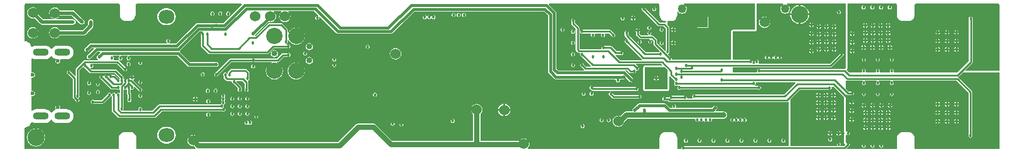
<source format=gbr>
%FSTAX23Y23*%
%MOIN*%
%SFA1B1*%

%IPPOS*%
%AMD65*
4,1,8,0.045300,0.000000,0.045300,0.000000,0.025600,0.019700,-0.025600,0.019700,-0.045300,0.000000,-0.045300,0.000000,-0.025600,-0.019700,0.025600,-0.019700,0.045300,0.000000,0.0*
1,1,0.039370,0.025600,0.000000*
1,1,0.039370,0.025600,0.000000*
1,1,0.039370,-0.025600,0.000000*
1,1,0.039370,-0.025600,0.000000*
%
%ADD53C,0.010000*%
%ADD55C,0.015000*%
%ADD56C,0.020000*%
%ADD62C,0.030000*%
G04~CAMADD=65~8~0.0~0.0~393.7~905.5~196.8~0.0~15~0.0~0.0~0.0~0.0~0~0.0~0.0~0.0~0.0~0~0.0~0.0~0.0~270.0~906.0~394.0*
%ADD65D65*%
%ADD66C,0.059843*%
%ADD67C,0.050000*%
%ADD68R,0.059843X0.059843*%
%ADD69C,0.060000*%
%ADD70C,0.098425*%
%ADD71C,0.093504*%
%ADD72C,0.033465*%
%ADD73O,0.090551X0.078740*%
%ADD74C,0.060000*%
%ADD75C,0.118110*%
%ADD76C,0.018000*%
%ADD77C,0.018000*%
%ADD78C,0.023622*%
%ADD79C,0.032000*%
%LNpcb_copper_signal_bot-1*%
%LPD*%
G36*
X00953Y01244D02*
X00955Y0124D01*
X00955Y01235*
Y01181*
X00955Y0118*
X00957Y01172*
X0096Y01164*
X00966Y01156*
X00973Y01151*
X00981Y01147*
X0099Y01146*
X0099Y01146*
X0101*
X0101Y01146*
X01019Y01147*
X01027Y01151*
X01034Y01156*
X0104Y01164*
X01043Y01172*
X01045Y0118*
X01045Y01181*
Y0124*
X01045Y0124*
X01047Y01243*
X01049Y01244*
X01054Y01245*
X01651*
X01653Y0124*
X01546Y01133*
X01398*
X01393Y01132*
X01388Y0113*
X01275Y01016*
X01238*
X01237Y01021*
X0124Y01023*
X01243Y01026*
X01243Y01031*
X01243Y01035*
X0124Y01038*
X01236Y01041*
X01232Y01042*
X01228Y01041*
X01224Y01038*
X01222Y01035*
X01221Y01031*
X01222Y01026*
X01224Y01023*
X01227Y01021*
X01226Y01016*
X00788*
X00783Y01015*
X00779Y01012*
X00756Y0099*
X00754Y00985*
X00753Y00981*
X00754Y00976*
X00756Y00971*
X00761Y00969*
X00766Y00968*
X0077Y00969*
X00775Y00971*
X00793Y0099*
X00806*
X00808Y00986*
X00769Y00948*
X00767Y00943*
X00766Y00939*
X00767Y00934*
X00769Y00929*
X00774Y00927*
X00779Y00926*
X00783Y00927*
X00788Y00929*
X00827Y00969*
X00841*
X00843Y00964*
X00825Y00947*
X00823Y00942*
X00822Y00938*
X00823Y00933*
X00825Y00928*
X0083Y00926*
X0083Y00926*
X00829Y00921*
X00757*
X00753Y0092*
X00749Y00918*
X00706Y00875*
X00704Y00871*
X00703Y00867*
Y00831*
X00699Y00829*
X00673Y00854*
X00673Y00855*
X00671Y00858*
X00667Y00861*
X00663Y00862*
X00659Y00861*
X00655Y00858*
X00653Y00855*
X00652Y0085*
X00653Y00846*
X00655Y00842*
X00659Y0084*
X00659Y0084*
X00686Y00813*
Y00706*
X00687Y00702*
X00689Y00699*
X00703Y00685*
X00703Y00685*
X00706Y00681*
X00709Y00679*
X00714Y00678*
X00718Y00679*
X00721Y00681*
X00724Y00685*
X00725Y00689*
X00724Y00693*
X00721Y00697*
X0072Y00698*
Y00704*
X0072Y00704*
X00721Y00705*
X00724Y00708*
X00725Y00713*
X00724Y00717*
X00724Y00717*
Y00863*
X00742Y00881*
X00748Y0088*
X00748Y0088*
X00752Y00877*
X00752Y00877*
X00781Y00848*
X00784Y00846*
X00788Y00845*
X00927Y00845*
X00956Y00816*
X00956Y00816*
X00955Y00813*
X00951Y00812*
X0095Y00812*
X0095Y00812*
X00929Y00833*
X00925Y00836*
X00922Y00836*
X00907*
X00907Y00837*
X00903Y00837*
X00898Y00837*
X00895Y00834*
X00892Y0083*
X00892Y0083*
X00891Y00829*
X00886Y00829*
X00883Y00832*
X0088Y00835*
X00876Y00836*
X00871Y00835*
X00868Y00832*
X00865Y00829*
X00865Y00829*
X00861Y00828*
X0086Y00828*
X00857Y00831*
X00854Y00834*
X0085Y00835*
X00845Y00834*
X00842Y00831*
X00839Y00828*
X00838Y00824*
X00839Y00819*
X00842Y00816*
X00845Y00813*
X00846Y00813*
X00904Y00755*
X00907Y00753*
X00911Y00752*
X00942*
X00942Y00752*
X00946Y00751*
X0095Y00752*
X00951Y00752*
X00956Y00749*
Y00734*
X00951Y00731*
X0095Y00732*
X00946Y00732*
X00942Y00732*
X00938Y00729*
X00936Y00726*
X00936Y00725*
X0093*
X0093Y00726*
X00928Y00729*
X00924Y00732*
X0092Y00732*
X00916Y00732*
X00912Y00729*
X0091Y00727*
X0091Y00727*
X00906Y00727*
X00905Y00727*
X00903Y00729*
X009Y00732*
X00896Y00732*
X00891Y00732*
X00888Y00729*
X00885Y00726*
X00885Y00725*
X00851Y00691*
X00805*
X00805Y00692*
X00801Y00692*
X00796Y00692*
X00793Y00689*
X0079Y00685*
X0079Y00681*
X0079Y00677*
X00793Y00673*
X00796Y00671*
X00801Y0067*
X00805Y00671*
X00805Y00671*
X00855*
X00859Y00672*
X00863Y00674*
X00899Y00711*
X009Y00711*
X00903Y00713*
X00905Y00715*
X0091Y00714*
Y00631*
X0091Y00627*
X00913Y00624*
X00945Y00591*
X00948Y00589*
X00952Y00588*
X01154*
X01157Y00589*
X01161Y00591*
X01195Y00625*
X01543*
X01543Y00625*
X01548Y00624*
X01552Y00625*
X01555Y00628*
X01558Y00631*
X01559Y00636*
X01558Y0064*
X01555Y00643*
X01552Y00646*
X01552Y00646*
X01549Y00651*
X0155Y00655*
X01549Y00659*
X01551Y00665*
X01551*
X01555Y00667*
X01557Y00671*
X01558Y00675*
X01557Y00679*
X01555Y00683*
Y00687*
X01557Y00691*
X01558Y00695*
X01557Y00699*
X01555Y00703*
Y00707*
X01557Y0071*
X01558Y00715*
X01557Y00719*
X01555Y00722*
X01551Y00725*
X01547Y00726*
X01543Y00725*
X01539Y00722*
X01537Y00719*
X01536Y00715*
X01537Y0071*
X01539Y00707*
Y00703*
X01537Y00699*
X01536Y00695*
X01537Y00691*
X01539Y00687*
Y00683*
X01537Y00679*
X01536Y00675*
X01537Y00671*
X01534Y00666*
X01534Y00665*
X01183*
X01179Y00665*
X01176Y00662*
X01141Y00628*
X01085*
X01082Y00633*
X01082Y00633*
X01083Y00637*
X01082Y00641*
X0108Y00645*
X01076Y00648*
X01072Y00648*
X01068Y00648*
X01064Y00645*
X01062Y00641*
X01061Y00637*
X01062Y00633*
X01062Y00633*
X01059Y00628*
X00976*
X00975Y00631*
X00974Y00633*
X00976Y00636*
X00977Y0064*
X00976Y00644*
X00976Y00645*
Y00749*
X00981Y00752*
X00981Y00752*
X00986Y00751*
X0099Y00752*
X0099Y00752*
X00995Y00749*
Y00729*
X00996Y00725*
X00998Y00722*
X01Y0072*
Y00696*
X01Y00696*
X00999Y00692*
X01Y00687*
X01002Y00684*
X01006Y00681*
X0101Y0068*
X01015Y00681*
X01018Y00684*
X01021Y00687*
X01022Y00692*
X01021Y00696*
X0102Y00696*
Y00724*
X0102Y00728*
X01018Y00731*
X01015Y00733*
Y00749*
X0102Y00752*
X01021Y00752*
X01025Y00751*
X01029Y00752*
X01033Y00754*
X01035Y00758*
X01036Y00762*
X01036Y00765*
X0104Y00767*
X01062Y00746*
X01062Y00746*
X01064Y00742*
X01068Y00739*
X01072Y00739*
X01076Y00739*
X0108Y00742*
X01082Y00746*
X01083Y0075*
X01082Y00754*
X0108Y00758*
X01076Y0076*
X01076Y0076*
X01033Y00804*
X01033Y0081*
X01035Y00811*
X01038Y00816*
X01038Y00816*
X01011*
X01011Y00815*
X01011Y00815*
X01008Y00812*
X01005Y00813*
X01001Y00812*
X00997Y00809*
X00993*
X0099Y00812*
X00986Y00813*
X00981Y00812*
X00981Y00812*
X00976Y00813*
X00975Y00816*
X00976Y00817*
X00977Y00821*
X00976Y00826*
X00974Y00829*
X0097Y00832*
X00969Y00832*
X00938Y00863*
X00935Y00865*
X00931Y00866*
X00792Y00866*
X00785Y00873*
X00786Y00873*
X00788Y00877*
X00792Y00876*
X00796Y00877*
X00799Y0088*
X00802Y00883*
X00803Y00888*
X00802Y00892*
X008Y00895*
X008Y00896*
X00801Y009*
X00937*
X00975Y00862*
X00975Y00862*
X00978Y00858*
X00981Y00856*
X00986Y00855*
X0099Y00856*
X00993Y00858*
X00996Y00862*
X00997Y00866*
X00996Y00871*
X00993Y00874*
X0099Y00877*
X00989Y00877*
X00948Y00918*
X00945Y0092*
X00941Y00921*
X00923*
X0092Y00926*
X00921Y00927*
X00922Y00932*
X00921Y00936*
X00919Y00939*
X00916Y00942*
X00915Y00942*
X00916Y00947*
X00953*
X00954Y00942*
X00954Y00942*
X0095Y00939*
X00948Y00936*
X00947Y00932*
X00948Y00927*
X0095Y00924*
X00954Y00921*
X00958Y0092*
X00962Y00921*
X00966Y00924*
X00968Y00927*
X00969Y00932*
X00968Y00936*
X00966Y00939*
X00963Y00942*
X00962Y00942*
X00963Y00947*
X00999*
X01Y00944*
X01Y00942*
X00997Y0094*
X00995Y00936*
X00994Y00932*
X00995Y00928*
X00997Y00924*
X01001Y00921*
X01005Y00921*
X01009Y00921*
X01013Y00924*
X01016Y00928*
X01016Y00932*
X01016Y00936*
X01013Y0094*
X0101Y00942*
X0101Y00944*
X01011Y00947*
X01283*
X01343Y00887*
X01347Y00884*
X01352Y00883*
X01507*
X01512Y00884*
X01516Y00887*
X01519Y00891*
X0152Y00896*
X01519Y00901*
X01516Y00905*
X01512Y00908*
X01507Y00909*
X01357*
X01299Y00967*
X01298Y00972*
X01299Y00974*
X0141Y01085*
X01428*
X01428Y0108*
X01426Y01079*
X01422Y01077*
X0142Y01073*
X01419Y01069*
X0142Y01065*
X0142Y01064*
Y01004*
X01421Y01001*
X01423Y00997*
X01461Y00959*
X01464Y00957*
X01468Y00956*
X01799*
X01803Y00957*
X01806Y00959*
X01836Y00989*
X01916*
X01917Y00989*
X01921Y00988*
X01925Y00989*
X01929Y00991*
X01931Y00995*
X01932Y00999*
X01931Y01004*
X01929Y01007*
X01925Y0101*
X01921Y01011*
X01917Y0101*
X01917Y0101*
X01908*
X01907Y01015*
X0191Y01015*
X01913Y01018*
X01916Y01021*
X01916Y01025*
X01916Y0103*
X01915Y0103*
Y01036*
X0192Y01037*
X01922Y01033*
X0193Y01023*
X0194Y01015*
X01952Y0101*
X01965Y01008*
X01977Y0101*
X01989Y01015*
X01999Y01023*
X02007Y01033*
X02012Y01045*
X02014Y01058*
X02012Y0107*
X02007Y01082*
X01999Y01092*
X01989Y011*
X01977Y01105*
X01965Y01107*
X01952Y01105*
X0194Y011*
X0193Y01092*
X01922Y01082*
X0192Y01078*
X01915Y01079*
Y01096*
X01914Y011*
X01912Y01104*
X01885Y01131*
X01882Y01133*
X01878Y01134*
X0181*
X01806Y01133*
X01802Y01131*
X01732Y0106*
X01731Y0106*
X01729Y01066*
X01805Y01142*
X01808Y0114*
X01817Y01139*
X01825Y0114*
X01833Y01144*
X01839Y01149*
X01844Y01155*
X01848Y01163*
X01849Y01172*
X01848Y0118*
X01844Y01188*
X01839Y01194*
X01835Y01198*
X01837Y01203*
X01879*
X01881Y01198*
X01877Y01194*
X01872Y01188*
X01868Y0118*
X01867Y01172*
X01868Y01163*
X01872Y01155*
X01877Y01149*
X01883Y01144*
X01891Y0114*
X019Y01139*
X01908Y0114*
X01916Y01144*
X01922Y01149*
X01927Y01155*
X01931Y01163*
X01932Y01172*
X01931Y0118*
X01927Y01188*
X01922Y01194*
X01918Y01198*
X0192Y01203*
X02066*
X02091Y01178*
X0209Y01176*
X02088Y01174*
X02085Y01174*
X0208Y01173*
X02077Y01171*
X02074Y01167*
X02074Y01163*
X02074Y01159*
X02077Y01155*
X0208Y01153*
X02085Y01152*
X02089Y01153*
X02093Y01155*
X02095Y01159*
X02096Y01163*
X02095Y01167*
X02097Y01168*
X02099Y0117*
X02193Y01075*
X02198Y01073*
X02203Y01072*
X02507*
X02511Y01073*
X02516Y01075*
X02641Y01201*
X03382*
X03405Y01178*
Y00855*
X03406Y0085*
X03408Y00846*
X03439Y00815*
X03443Y00812*
X03448Y00811*
X03791*
X03794Y00806*
X03794Y00805*
X03795Y008*
X03797Y00797*
X03801Y00794*
X03805Y00793*
X03809Y00794*
X03813Y00797*
X03815Y008*
X03816Y00805*
X03816Y00806*
X03819Y00811*
X03838*
X03842Y00812*
X03847Y00815*
X03847Y00816*
X03853Y00817*
X03872Y00797*
X03877Y00795*
X03882Y00794*
X03886Y00795*
X03891Y00797*
X03893Y00802*
X03894Y00807*
X03893Y00811*
X03891Y00816*
X03849Y00858*
X03847Y00858*
X03849Y00863*
X03856*
X0387Y00849*
X03874Y00847*
X03878Y00846*
X03894*
X03894Y00846*
X03898Y00845*
X03903Y00846*
X03906Y00849*
X03909Y00852*
X0391Y00857*
X03909Y00858*
X03909Y00858*
X03914Y00862*
X03916Y00861*
X0392Y00862*
X03923Y00865*
X03926Y00868*
X03927Y00873*
X03926Y00877*
X03923Y0088*
X0392Y00883*
X03919Y00883*
X03908Y00895*
X0391Y00899*
X04053*
X04058Y00894*
X04057Y0089*
X03961*
X03957Y00889*
X03954Y00887*
X03952Y00883*
X03951Y0088*
Y00753*
X03952Y00749*
X03954Y00746*
X03957Y00744*
X03961Y00743*
X04088*
X04092Y00744*
X04095Y00746*
X04097Y00749*
X04098Y00753*
Y00827*
X04103Y00829*
X04103Y00828*
X04128Y00804*
X04128Y00803*
X04131Y008*
X04131Y00799*
Y00793*
X04131Y00792*
X04128Y00789*
X04127Y00785*
X04128Y0078*
X04131Y00777*
X04134Y00774*
X04139Y00773*
X04143Y00774*
X04145Y00775*
X04149*
X04151Y0077*
X0415Y00769*
X04147Y00766*
X04146Y00762*
X04147Y00757*
X0415Y00754*
X04153Y00751*
X04157Y0075*
X04162Y00751*
X04163Y00752*
X0461*
X04613Y00751*
X04618Y00752*
X04621Y00754*
X04624Y00758*
X04625Y00762*
X04624Y00766*
X04621Y0077*
X04618Y00773*
X04613Y00773*
X04609Y00773*
X04608Y00772*
X04591*
X04589Y00777*
X04591Y00779*
X04594Y00782*
X04595Y00787*
X04594Y00789*
X04597Y00794*
X04821*
X04823Y00789*
X04755Y00722*
X04247*
X04246Y00722*
X04242Y00723*
X04238Y00722*
X04234Y00719*
X04232Y00716*
X04231Y00712*
X04232Y00707*
X04233Y00705*
X04232Y00701*
X04231Y007*
X04203*
X042Y00705*
X042Y00706*
X04199Y0071*
X04196Y00713*
X04193Y00716*
X04189Y00717*
X04184Y00716*
X04184Y00716*
X04114*
X04114Y00716*
X0411Y00717*
X04105Y00716*
X04102Y00713*
X04099Y0071*
X04098Y00707*
X04095Y00707*
X04079*
X04076Y00709*
X04072Y0071*
X04067Y00709*
X04064Y00706*
X04061Y00703*
X04061Y00699*
X04061Y00694*
X04064Y00691*
X04067Y00688*
X04069Y00688*
X04069Y00688*
X04073Y00687*
X04091*
X04096Y00682*
X04099Y0068*
X04103Y00679*
X04772*
X04775Y0068*
X04777Y00681*
X04782Y00679*
Y00426*
X04184*
X04184Y00426*
X0418Y00427*
X04175Y00426*
X04172Y00423*
X04169Y0042*
X04168Y00416*
X04169Y00414*
X04165Y00409*
X0415*
X04149Y00409*
X04148Y00409*
X04145Y00413*
Y00418*
Y00472*
Y00472*
X04145*
X04144Y00481*
X0414Y0049*
X04135Y00497*
X04128Y00502*
X04119Y00506*
X0411Y00507*
Y00507*
X04079*
Y00507*
X0407Y00506*
X04061Y00502*
X04054Y00497*
X04049Y0049*
X04045Y00481*
X04044Y00472*
X04044*
Y00413*
X04044Y00413*
X04043Y00411*
X04039Y00409*
X04034*
X0329*
X03288Y00414*
X03289Y00415*
X03294Y00421*
X03298Y00429*
X03299Y00438*
X03298Y00446*
X03294Y00454*
X03289Y0046*
X03283Y00465*
X03275Y00469*
X03267Y0047*
X03258Y00469*
X0325Y00465*
X03244Y0046*
X03241Y00457*
X03018*
Y00611*
X0302Y00613*
X03025Y00619*
X03028Y00627*
X0303Y00635*
X03028Y00644*
X03025Y00651*
X0302Y00658*
X03013Y00663*
X03006Y00667*
X02997Y00668*
X02989Y00667*
X02981Y00663*
X02974Y00658*
X02969Y00651*
X02966Y00644*
X02965Y00635*
X02966Y00627*
X02969Y00619*
X02974Y00613*
X02977Y00611*
Y00457*
X02514*
X02421Y0055*
X02414Y00554*
X02407Y00556*
X02318*
X0231Y00554*
X02303Y0055*
X02204Y00451*
X0141*
X01406Y00454*
X01407Y00458*
X01406Y00466*
X01402Y00474*
X01397Y0048*
X01391Y00485*
X01383Y00489*
X01375Y0049*
X01366Y00489*
X01358Y00485*
X01352Y0048*
X01347Y00474*
X01343Y00466*
X01342Y00458*
X01343Y00449*
X01347Y00441*
X01352Y00435*
X01358Y0043*
X01366Y00426*
X01375Y00425*
X01378Y00426*
X01387Y00416*
X01391Y00414*
X01389Y00409*
X01055*
X01055Y00409*
X01052Y0041*
X01051Y00413*
X01051Y00413*
Y00472*
X01051Y00472*
X01049Y00481*
X01046Y0049*
X0104Y00497*
X01033Y00502*
X01025Y00506*
X01016Y00507*
Y00507*
X00984*
Y00507*
X00975Y00506*
X00967Y00502*
X0096Y00497*
X00954Y0049*
X00951Y00481*
X00949Y00472*
X00949*
Y00413*
X0095Y00413*
X00948Y0041*
X00945Y00409*
X00945Y00409*
X00413*
X00413Y00409*
X0041Y0041*
X00409Y00413*
X00409Y00413*
Y0053*
X00409Y0053*
X0041Y00531*
X00413Y00534*
X00422Y00535*
X00431Y00539*
X00438Y00544*
X00444Y00552*
X00447Y0056*
X00448Y00564*
X00453Y00566*
X00456Y00564*
X00466Y0056*
X00476Y00559*
X00527*
X00537Y0056*
X00547Y00564*
X00555Y0057*
X00561Y00577*
X00562Y00578*
X00565*
X00566Y00577*
X00572Y0057*
X0058Y00564*
X0059Y0056*
X006Y00559*
X00651*
X00661Y0056*
X00671Y00564*
X00679Y0057*
X00686Y00578*
X00689Y00588*
X00691Y00598*
X00689Y00609*
X00686Y00618*
X00679Y00626*
X00671Y00633*
X00661Y00637*
X00651Y00638*
X00616*
X00613Y00643*
X00614Y00648*
X00613Y00653*
X0061Y00658*
X00605Y00661*
X006Y00662*
X00595Y00661*
X0059Y00658*
X00587Y00653*
X00586Y00648*
X00587Y00642*
X00588Y00641*
X00586Y00635*
X0058Y00633*
X00572Y00626*
X00566Y00619*
X00565Y00619*
X00562*
X00561Y00619*
X00555Y00626*
X00547Y00633*
X00537Y00637*
X00527Y00638*
X00476*
X00466Y00637*
X00456Y00633*
X00453Y0063*
X00448Y00632*
Y00711*
X00453Y00715*
X00456Y00714*
X00462Y00715*
X00466Y00718*
X00469Y00723*
X0047Y00728*
X00469Y00734*
X00466Y00738*
X00462Y00741*
X00456Y00742*
X00453Y00742*
X00448Y00745*
X00448Y00818*
X00453Y00821*
X00456Y0082*
X00462Y00822*
X00466Y00825*
X00469Y00829*
X0047Y00835*
X00469Y0084*
X00466Y00845*
X00462Y00848*
X00456Y00849*
X00453Y00848*
X00448Y00851*
Y0093*
X00453Y00933*
X00456Y0093*
X00466Y00926*
X00476Y00925*
X00527*
X00537Y00926*
X00547Y0093*
X00555Y00936*
X00561Y00943*
X00562Y00944*
X00565*
X00566Y00943*
X00572Y00936*
X0058Y0093*
X00586Y00928*
X00588Y00922*
X00587Y00921*
X00586Y00915*
X00587Y0091*
X0059Y00905*
X00595Y00902*
X006Y00901*
X00605Y00902*
X0061Y00905*
X00613Y0091*
X00614Y00915*
X00613Y0092*
X00616Y00925*
X00651*
X00661Y00926*
X00671Y0093*
X00679Y00936*
X00686Y00945*
X00689Y00954*
X00691Y00965*
X00689Y00975*
X00686Y00984*
X00679Y00993*
X00671Y00999*
X00661Y01003*
X00651Y01004*
X006*
X0059Y01003*
X0058Y00999*
X00572Y00993*
X00566Y00986*
X00565Y00985*
X00562*
X00561Y00986*
X00555Y00993*
X00547Y00999*
X00537Y01003*
X00527Y01004*
X00476*
X00466Y01003*
X00456Y00999*
X00453Y00997*
X00448Y00999*
X00447Y01003*
X00444Y01012*
X00438Y01019*
X00431Y01024*
X00422Y01028*
X00413Y01029*
X0041Y01032*
X00409Y01033*
X00409Y01033*
X00409Y01235*
X00409Y0124*
X00412Y01244*
X00413Y01245*
X00413Y01245*
X00951*
X00951Y01245*
X00953Y01244*
G37*
G36*
X05108Y00874D02*
X05103Y0087D01*
X05102Y0087*
X04618*
X04618Y00871*
X04613Y00871*
X04609Y00871*
X04605Y00868*
X04603Y00864*
X04602Y0086*
X04603Y00856*
X04604Y00855*
X04601Y0085*
X04463*
Y0088*
X05024*
X05028Y00881*
X05031Y00883*
X0509Y00943*
X05091Y00943*
X05094Y00945*
X05097Y00949*
X05098Y00953*
X05097Y00957*
X05094Y00961*
X05091Y00963*
X05087Y00964*
X05082Y00963*
X05079Y00961*
X05076Y00957*
X05076Y00957*
X0502Y00901*
X04612*
X0461Y00906*
X04611Y00907*
X04612Y00912*
X04611Y00916*
X04608Y00919*
X04605Y00922*
X04601Y00923*
X04596Y00922*
X04593Y00919*
X0459Y00916*
X04589Y00912*
X0459Y00907*
X04591Y00906*
X04589Y00901*
X04577*
X04577Y00902*
X04575Y00906*
X04577Y00908*
X04578Y00913*
X04577Y00917*
X04574Y0092*
X04571Y00923*
X04567Y00924*
X04562Y00923*
X04562Y00923*
X04463*
Y01085*
X04589*
X04592Y01085*
X04596Y01088*
X04598Y01091*
X04599Y01095*
Y01245*
X04751*
X04752Y0124*
X04749Y01238*
X04744Y01234*
X04739Y01228*
X04737Y01222*
X04736Y01215*
X04737Y01208*
X04739Y01201*
X04744Y01195*
X04749Y01191*
X04756Y01188*
X04763Y01187*
X0477Y01188*
X04776Y01191*
X04782Y01195*
X04786Y01201*
X04789Y01208*
X0479Y01215*
X04789Y01222*
X04786Y01228*
X04782Y01234*
X04776Y01238*
X04773Y0124*
X04774Y01245*
X05108*
Y00874*
G37*
G36*
X04589Y01095D02*
X04463D01*
Y01095*
X04459Y01094*
X04456Y01092*
X04454Y01088*
X04453Y01085*
Y00923*
X04117*
X04113Y00928*
X04114Y0093*
X04113Y00934*
X0411Y00937*
X04107Y0094*
X04106Y0094*
X04093Y00953*
X04093Y00955*
X04095Y00959*
X04097Y00961*
X041Y00964*
X04101Y00969*
X041Y00973*
X041Y00973*
Y01108*
X04099Y01112*
X04097Y01115*
X0409Y01122*
Y01146*
X0411*
X04111Y01146*
X04119Y01147*
X04128Y01151*
X04135Y01156*
X0414Y01164*
X04144Y01172*
X04145Y0118*
X04145Y01181*
Y01198*
X0415Y01199*
X04153Y01195*
X04159Y01191*
X04165Y01188*
X04172Y01187*
X04179Y01188*
X04186Y01191*
X04192Y01195*
X04196Y01201*
X04199Y01208*
X042Y01215*
X04199Y01222*
X04196Y01228*
X04192Y01234*
X04186Y01238*
X04183Y0124*
X04184Y01245*
X04589*
Y01095*
G37*
G36*
X04041Y01244D02*
X04044Y0124D01*
X04044Y01235*
Y01181*
X04044*
X04045Y01172*
X04049Y01164*
X04054Y01156*
X04061Y01151*
X0407Y01147*
X04078Y01146*
X04079Y01146*
X04079*
Y01139*
X04075Y01136*
X04074Y01136*
X04071Y01137*
X04045*
X03963Y01219*
X03963Y01219*
X0396Y01223*
X03957Y01225*
X03953Y01226*
X03948Y01225*
X03945Y01223*
X03942Y01219*
X03941Y01215*
X03942Y0121*
X03945Y01207*
X03948Y01204*
X03949Y01204*
X04034Y01119*
X04037Y01117*
X04041Y01116*
X04066*
X04079Y01103*
Y00974*
X04077Y00973*
X04074Y00972*
X04029Y01018*
Y01035*
X04028Y01038*
X04026Y01042*
X04008Y01059*
X04005Y01061*
X04001Y01062*
X03994*
X03993Y01067*
X03993Y01068*
X03996Y01071*
X03997Y01076*
X03996Y0108*
X03993Y01083*
X0399Y01086*
X03986Y01087*
X03981Y01086*
X03978Y01083*
X03975Y0108*
X03974Y01076*
X03975Y01071*
X03978Y01068*
X03978Y01067*
X03977Y01062*
X03939*
X0393Y01071*
Y01081*
X03933Y01086*
X03934Y01086*
X03907*
X03907Y01086*
X0391Y01081*
Y01067*
X03911Y01063*
X03913Y01059*
X03928Y01045*
X03931Y01043*
X03935Y01042*
X03986*
X03987Y01037*
X03985Y01036*
X03982Y01034*
X03979Y0103*
X03978Y01026*
X03979Y01022*
X03982Y01018*
X03985Y01016*
X0399Y01015*
X03994Y01016*
X03997Y01018*
X04Y01022*
X04001Y01026*
X04Y0103*
X03997Y01034*
X03995Y01036*
X03995Y01041*
X03996Y01041*
X03997Y01041*
X04008Y0103*
Y01013*
X04009Y01009*
X04011Y01006*
X04045Y00972*
X04044Y00968*
X04044Y00967*
X03964*
X03865Y01066*
Y01075*
X03865Y01075*
X03866Y01079*
X03865Y01083*
X03862Y01087*
X03859Y01089*
X03855Y0109*
X0385Y01089*
X03847Y01087*
X03844Y01083*
X03843Y01079*
X03844Y01075*
X03844Y01075*
Y01062*
X03845Y01058*
X03847Y01054*
X03858Y01043*
X03856Y01039*
X03856Y01039*
X03851Y01038*
X03848Y01035*
X03845Y01032*
X03844Y01028*
X03845Y01023*
X03848Y0102*
X03851Y01017*
X03852Y01017*
X03944Y00925*
X03944Y00924*
X03942Y0092*
X03818*
X03791Y00947*
X03793Y00951*
X03793Y00951*
X03821*
X03821Y00951*
X03826Y0095*
X0383Y00951*
X03833Y00954*
X03836Y00957*
X03837Y00962*
X03836Y00966*
X03833Y00969*
X0383Y00972*
X03826Y00973*
X03821Y00972*
X03821Y00972*
X03798*
X03769Y01*
X03766Y01002*
X03762Y01003*
X03727*
X03727Y01003*
X03723Y01004*
X03719Y01003*
X03715Y01001*
X03713Y00997*
X03712Y00993*
X03713Y00989*
X03713Y00988*
X03711Y00983*
X03586*
X03585Y00984*
Y01105*
X03584Y01108*
X03582Y01112*
X03559Y01134*
Y01145*
X03559Y01145*
X0356Y0115*
X03559Y01154*
X03557Y01157*
X03553Y0116*
X03549Y01161*
X03545Y0116*
X03541Y01157*
X03539Y01154*
X03538Y0115*
X03539Y01145*
X03539Y01145*
Y0113*
X03539Y01126*
X03542Y01123*
X03564Y011*
Y01021*
X03559Y01021*
X03559Y01024*
X03556Y01028*
X03553Y0103*
X03548Y01031*
X03544Y0103*
X0354Y01028*
X03538Y01024*
X03537Y0102*
X03538Y01015*
X0354Y01012*
X03544Y01009*
X03548Y01008*
X03553Y01009*
X03556Y01012*
X03559Y01015*
X03559Y01018*
X03564Y01018*
Y0098*
X03565Y00976*
X03567Y00972*
X03574Y00965*
X03578Y00963*
X03582Y00962*
X03587*
X03589Y00958*
X0359Y00957*
X03589Y00954*
X0359Y00949*
X03592Y00946*
X03596Y00943*
X03596Y00943*
X03651Y00889*
X03648Y00884*
X03623*
X03611Y00896*
X0361Y00896*
X03608Y009*
X03604Y00902*
X036Y00903*
X03596Y00902*
X03592Y009*
X0359Y00896*
X03589Y00892*
X0359Y00888*
X03592Y00884*
X03596Y00882*
X03596Y00882*
X03611Y00866*
X03612Y00866*
X0361Y00861*
X03464*
X03453Y00872*
Y01192*
X03452Y01197*
X0345Y01201*
X03411Y0124*
X03413Y01245*
X04039*
X0404Y01245*
X04041Y01244*
G37*
G36*
X05399Y01244D02*
X05402Y0124D01*
X05402Y01235*
Y01181*
X05402*
X05403Y01172*
X05407Y01164*
X05412Y01156*
X05419Y01151*
X05428Y01147*
X05436Y01146*
X05437Y01146*
X05468*
X05469Y01146*
X05477Y01147*
X05486Y01151*
X05493Y01156*
X05499Y01164*
X05502Y01172*
X05503Y0118*
X05503Y01181*
Y0124*
X05503Y0124*
X05506Y01244*
X05508Y01245*
X05508Y01245*
X05984*
X05984Y01245*
X05987Y01243*
X05989Y0124*
X05989Y0124*
Y0086*
X05795*
X05793Y00864*
X05832Y00903*
X05834Y00906*
X05835Y0091*
Y01156*
X05835Y01156*
X05836Y01161*
X05835Y01165*
X05832Y01168*
X05829Y01171*
X05825Y01172*
X0582Y01171*
X05817Y01168*
X05814Y01165*
X05813Y01161*
X05814Y01156*
X05814Y01156*
Y00915*
X05749Y0085*
X05385*
X05382Y00855*
X05384Y00856*
X05384Y00861*
X05384Y00865*
X05381Y00868*
X05377Y00871*
X05373Y00872*
X05369Y00871*
X05365Y00868*
X05363Y00865*
X05362Y00861*
X05363Y00856*
X05364Y00855*
X05362Y0085*
X05305*
X05302Y00855*
X05304Y00856*
X05304Y00861*
X05304Y00865*
X05301Y00868*
X05297Y00871*
X05293Y00872*
X05289Y00871*
X05285Y00868*
X05283Y00865*
X05282Y00861*
X05283Y00856*
X05284Y00855*
X05282Y0085*
X05225*
X05222Y00855*
X05224Y00856*
X05224Y00861*
X05224Y00865*
X05221Y00868*
X05217Y00871*
X05213Y00872*
X05209Y00871*
X05205Y00868*
X05203Y00865*
X05202Y00861*
X05203Y00856*
X05204Y00855*
X05202Y0085*
X05127*
X05115Y00862*
X05115Y00867*
X05115Y00868*
X05116Y00869*
X05117Y00869*
X05117Y0087*
X05117Y00871*
X05118Y00873*
X05118Y00873*
X05118Y00874*
Y01245*
X05398*
X05398Y01245*
X05399Y01244*
G37*
G36*
X04088Y00865D02*
Y00753D01*
X03961*
Y0088*
X04073*
X04088Y00865*
G37*
G36*
X05099Y00709D02*
Y00509D01*
X051Y00508*
X051Y00506*
X051Y00506*
X051Y00506*
X05101Y00504*
X05102Y00502*
X05102Y00502*
X05102Y00502*
X05104Y00501*
X05105Y005*
X05106Y005*
Y00499*
X05105Y00499*
X05104Y00498*
X05102Y00497*
X05102Y00497*
X05102Y00497*
X05101Y00495*
X051Y00493*
X051Y00493*
X051Y00493*
X051Y00491*
X05099Y0049*
X05099Y00445*
X05099Y00444*
X05099Y00444*
X051Y00443*
X051Y00441*
X051Y00441*
X05101Y0044*
X05101Y00439*
X05102Y00438*
X05103Y00437*
X05103Y00437*
X05104Y00436*
X05106Y00436*
Y00433*
X05098Y00426*
X05072*
X05074Y00426*
X05078Y00429*
X0508Y00432*
X05081Y00437*
X0508Y00441*
X05078Y00444*
X05074Y00447*
X0507Y00448*
X05066Y00447*
X05062Y00444*
X0506Y00441*
X05059Y00437*
X0506Y00432*
X05062Y00429*
X05066Y00426*
X05068Y00426*
X04793*
Y00696*
X04847Y0075*
X05012*
X05012Y0075*
X05017Y00749*
X05021Y0075*
X05024Y00753*
X05027Y00756*
X05028Y00761*
X05027Y00765*
X05044*
X05099Y00709*
G37*
G36*
X05989Y0085D02*
Y00413D01*
X05989Y00413*
X05989Y00413*
X05986Y00409*
X05984Y00409*
X05984Y00409*
X05508*
X05508Y00409*
X05504Y0041*
X05503Y00413*
X05503Y00413*
Y00472*
X05503*
X05502Y00481*
X05499Y0049*
X05493Y00497*
X05486Y00502*
X05477Y00506*
X05468Y00507*
Y00507*
X05437*
Y00507*
X05428Y00506*
X0542Y00502*
X05412Y00497*
X05407Y0049*
X05403Y00481*
X05402Y00472*
X05402*
Y00413*
X05402Y00413*
X05401Y00411*
X05398Y00409*
X05393*
X05116*
X05114Y00413*
X05127Y00426*
X05127Y00426*
X05131Y00429*
X05133Y00432*
X05134Y00437*
X05133Y00441*
X05131Y00444*
X05127Y00447*
X05123Y00448*
X05119Y00447*
X05115Y00444*
X05115Y00443*
X0511Y00445*
Y0049*
X05113Y00491*
X05115Y00491*
X05118Y00489*
X05122Y00488*
X05126Y00489*
X0513Y00492*
X05132Y00495*
X05133Y005*
X05132Y00504*
X0513Y00507*
X05126Y0051*
X05122Y00511*
X05118Y0051*
X05115Y00508*
X05113Y00508*
X0511Y00509*
Y00721*
X05112Y00722*
X05115Y00722*
X05118Y0072*
X05122Y00719*
X0514*
X0514Y00719*
X05145Y00718*
X05149Y00719*
X05152Y00722*
X05155Y00725*
X05156Y0073*
X05155Y00734*
X05152Y00737*
X05149Y0074*
X05145Y00741*
X0514Y0074*
X0514Y0074*
X05126*
X0511Y00756*
Y008*
X05111Y00801*
X05115Y00803*
X05118Y00802*
X05205*
X05207Y00797*
X05205Y00796*
X05203Y00793*
X05202Y00789*
X05203Y00784*
X05205Y00781*
X05209Y00778*
X05213Y00777*
X05217Y00778*
X05221Y00781*
X05224Y00784*
X05224Y00789*
X05224Y00793*
X05221Y00796*
X0522Y00797*
X05221Y00802*
X05285*
X05286Y00797*
X05285Y00796*
X05283Y00793*
X05282Y00789*
X05283Y00784*
X05285Y00781*
X05289Y00778*
X05293Y00777*
X05297Y00778*
X05301Y00781*
X05303Y00784*
X05304Y00789*
X05303Y00793*
X05301Y00796*
X053Y00797*
X05301Y00802*
X05365*
X05366Y00797*
X05365Y00796*
X05363Y00793*
X05362Y00789*
X05363Y00784*
X05365Y00781*
X05369Y00778*
X05373Y00777*
X05377Y00778*
X05381Y00781*
X05383Y00784*
X05384Y00789*
X05383Y00793*
X05381Y00796*
X0538Y00797*
X05381Y00802*
X05743*
X05813Y00733*
Y0049*
X05813Y0049*
X05812Y00486*
X05813Y00481*
X05815Y00478*
X05819Y00475*
X05823Y00474*
X05827Y00475*
X05831Y00478*
X05833Y00481*
X05834Y00486*
X05833Y0049*
X05833Y0049*
Y00737*
X05832Y00741*
X0583Y00744*
X05755Y0082*
X05754Y0082*
Y00826*
X05755Y00826*
X05778Y0085*
X05989*
G37*
%LNpcb_copper_signal_bot-2*%
%LPC*%
G36*
X01575Y01198D02*
X01571Y01198D01*
X01567Y01195*
X01565Y01192*
X01564Y01187*
X01565Y01183*
X01567Y01179*
X01571Y01177*
X01575Y01176*
X01579Y01177*
X01583Y01179*
X01585Y01183*
X01586Y01187*
X01585Y01192*
X01583Y01195*
X01579Y01198*
X01575Y01198*
G37*
G36*
X0153D02*
X01526Y01198D01*
X01522Y01195*
X0152Y01192*
X01519Y01187*
X0152Y01183*
X01522Y01179*
X01526Y01177*
X0153Y01176*
X01534Y01177*
X01538Y01179*
X0154Y01183*
X01541Y01187*
X0154Y01192*
X01538Y01195*
X01534Y01198*
X0153Y01198*
G37*
G36*
X01485D02*
X01481Y01198D01*
X01477Y01195*
X01475Y01192*
X01474Y01187*
X01475Y01183*
X01477Y01179*
X01481Y01177*
X01485Y01176*
X01489Y01177*
X01493Y01179*
X01495Y01183*
X01496Y01187*
X01495Y01192*
X01493Y01195*
X01489Y01198*
X01485Y01198*
G37*
G36*
X02751Y01179D02*
X02746Y01178D01*
X02743Y01176*
X02741Y01173*
X02738Y01172*
X02738*
X02735Y01173*
X02733Y01176*
X0273Y01178*
X02726Y01179*
X02721Y01178*
X02718Y01176*
X02716Y01173*
X02713Y01172*
X02713*
X0271Y01173*
X02708Y01176*
X02705Y01178*
X02701Y01179*
X02696Y01178*
X02693Y01176*
X0269Y01172*
X02689Y01168*
X0269Y01163*
X02693Y0116*
X02696Y01157*
X02701Y01156*
X02705Y01157*
X02708Y0116*
X0271Y01162*
X02713Y01163*
X02713*
X02716Y01162*
X02718Y0116*
X02721Y01157*
X02726Y01156*
X0273Y01157*
X02733Y0116*
X02735Y01162*
X02738Y01163*
X02738*
X02741Y01162*
X02743Y0116*
X02746Y01157*
X02751Y01156*
X02755Y01157*
X02758Y0116*
X02761Y01163*
X02762Y01168*
X02761Y01172*
X02758Y01176*
X02755Y01178*
X02751Y01179*
G37*
G36*
X02925Y01192D02*
X0292Y01191D01*
X02917Y01188*
X02914Y01185*
X02913Y01181*
X02914Y01176*
X02917Y01173*
X0292Y0117*
X02925Y01169*
X02929Y0117*
X02932Y01173*
X02935Y01176*
X02936Y01181*
X02935Y01185*
X02932Y01188*
X02929Y01191*
X02925Y01192*
G37*
G36*
X02895D02*
X0289Y01191D01*
X02887Y01188*
X02884Y01185*
X02883Y01181*
X02884Y01176*
X02887Y01173*
X0289Y0117*
X02895Y01169*
X02899Y0117*
X02902Y01173*
X02905Y01176*
X02906Y01181*
X02905Y01185*
X02902Y01188*
X02899Y01191*
X02895Y01192*
G37*
G36*
X02866D02*
X02861Y01191D01*
X02858Y01188*
X02855Y01185*
X02854Y01181*
X02855Y01176*
X02858Y01173*
X02861Y0117*
X02866Y01169*
X0287Y0117*
X02873Y01173*
X02876Y01176*
X02877Y01181*
X02876Y01185*
X02873Y01188*
X0287Y01191*
X02866Y01192*
G37*
G36*
X00458Y01225D02*
X00449Y01224D01*
X00441Y0122*
X00435Y01215*
X0043Y01209*
X00426Y01201*
X00425Y01193*
X00426Y01184*
X0043Y01176*
X00435Y0117*
X00441Y01165*
X00449Y01161*
X00458Y0116*
X00466Y01161*
X00467Y01162*
X005Y01129*
X00505Y01125*
X0051Y01124*
X00687*
X00693Y01125*
X00698Y01129*
X00702Y01134*
X00703Y0114*
X00702Y01145*
X00698Y0115*
X00693Y01154*
X00687Y01155*
X00589*
X00589Y0116*
X00592Y0116*
X006Y01164*
X00606Y01169*
X00611Y01175*
X00612Y01176*
X0068*
X00727Y01129*
X00732Y01126*
X00738Y01125*
X00743Y01126*
X00748Y01129*
X00752Y01134*
X00753Y0114*
X00752Y01146*
X00748Y01151*
X00697Y01202*
X00692Y01206*
X00686Y01207*
X00612*
X00611Y01208*
X00606Y01214*
X006Y01219*
X00592Y01223*
X00584Y01224*
X00575Y01223*
X00567Y01219*
X00561Y01214*
X00556Y01208*
X00552Y012*
X00551Y01191*
X00552Y01183*
X00556Y01175*
X00561Y01169*
X00567Y01164*
X00575Y0116*
X00578Y0116*
X00578Y01155*
X00517*
X00488Y01183*
X00489Y01184*
X0049Y01193*
X00489Y01201*
X00485Y01209*
X0048Y01215*
X00474Y0122*
X00466Y01224*
X00458Y01225*
G37*
G36*
X01228Y01218D02*
X01216D01*
X01204Y01216*
X01193Y01211*
X01183Y01204*
X01175Y01194*
X0117Y01182*
X01169Y0117*
X0117Y01158*
X01175Y01146*
X01183Y01136*
X01193Y01129*
X01204Y01124*
X01216Y01122*
X01228*
X01241Y01124*
X01252Y01129*
X01262Y01136*
X0127Y01146*
X01274Y01158*
X01276Y0117*
X01274Y01182*
X0127Y01194*
X01262Y01204*
X01252Y01211*
X01241Y01216*
X01228Y01218*
G37*
G36*
X00789Y01157D02*
X00783Y01155D01*
X00778Y01152*
X00775Y01147*
X00774Y01141*
Y01124*
X00742Y01092*
X00612*
X00611Y01093*
X00606Y011*
X006Y01105*
X00592Y01108*
X00584Y01109*
X00575Y01108*
X00567Y01105*
X00561Y011*
X00556Y01093*
X00552Y01085*
X00551Y01077*
X00552Y01069*
X00556Y01061*
X00561Y01054*
X00567Y01049*
X00575Y01046*
X00584Y01045*
X00592Y01046*
X006Y01049*
X00606Y01054*
X00611Y01061*
X00612Y01062*
X00748*
X00754Y01063*
X00759Y01066*
X008Y01107*
X00803Y01112*
X00804Y01118*
Y01141*
X00803Y01147*
X008Y01152*
X00795Y01155*
X00789Y01157*
G37*
G36*
X00458Y01109D02*
X00449Y01108D01*
X00441Y01105*
X00435Y011*
X0043Y01093*
X00426Y01085*
X00425Y01077*
X00426Y01069*
X0043Y01061*
X00435Y01054*
X00441Y01049*
X00449Y01046*
X00458Y01045*
X00466Y01046*
X00474Y01049*
X0048Y01054*
X00485Y01061*
X00489Y01069*
X0049Y01077*
X00489Y01085*
X00485Y01093*
X0048Y011*
X00474Y01105*
X00466Y01108*
X00458Y01109*
G37*
G36*
X02374Y01008D02*
X02369Y01007D01*
X02366Y01005*
X02363Y01001*
X02362Y00997*
X02363Y00993*
X02366Y00989*
X02369Y00987*
X02374Y00986*
X02378Y00987*
X02381Y00989*
X02384Y00993*
X02385Y00997*
X02384Y01001*
X02381Y01005*
X02378Y01007*
X02374Y01008*
G37*
G36*
X0204Y01018D02*
X02032Y01016D01*
X02025Y01012*
X02021Y01005*
X02019Y00998*
X02021Y0099*
X02025Y00983*
X02032Y00979*
X0204Y00977*
X02047Y00979*
X02054Y00983*
X02058Y0099*
X0206Y00998*
X02058Y01005*
X02054Y01012*
X02047Y01016*
X0204Y01018*
G37*
G36*
X02015Y0097D02*
X02011Y00969D01*
X02007Y00966*
X02005Y00963*
X02004Y00958*
X02005Y00954*
X02007Y0095*
X02011Y00948*
X02015Y00947*
X0202Y00948*
X02023Y0095*
X02026Y00954*
X02027Y00958*
X02026Y00963*
X02023Y00966*
X0202Y00969*
X02015Y0097*
G37*
G36*
X01921Y00962D02*
X01917Y00961D01*
X01917Y00961*
X0189*
X01886Y0096*
X01883Y00958*
X01855Y0093*
X01722*
X01722Y0093*
X01718Y00931*
X01713Y0093*
X01713Y0093*
X01589*
X01585Y00929*
X01582Y00927*
X01503Y00848*
X01503Y00848*
X01499Y00845*
X01497Y00842*
X01496Y00837*
X01497Y00833*
X01499Y00829*
X01503Y00827*
X01507Y00826*
X01511Y00827*
X01515Y00829*
X01517Y00833*
X01517Y00833*
X01594Y0091*
X01713*
X01713Y00909*
X01718Y00909*
X01722Y00909*
X01722Y0091*
X01826*
X01827Y00905*
X01815Y009*
X01805Y00892*
X01797Y00882*
X01792Y0087*
X0179Y00858*
X01792Y00845*
X01797Y00833*
X01805Y00823*
X01815Y00815*
X01827Y0081*
X0184Y00808*
X01852Y0081*
X01864Y00815*
X01874Y00823*
X01882Y00833*
X01887Y00845*
X01889Y00858*
X01887Y0087*
X01882Y00882*
X01874Y00892*
X01864Y009*
X01852Y00905*
X01853Y0091*
X01859*
X01863Y0091*
X01866Y00913*
X01894Y00941*
X01916*
X01917Y00941*
X01921Y0094*
X01925Y00941*
X01929Y00943*
X01931Y00947*
X01932Y00951*
X01931Y00955*
X01929Y00959*
X01925Y00961*
X01921Y00962*
G37*
G36*
X0184Y00978D02*
X01832Y00976D01*
X01825Y00972*
X01821Y00965*
X01819Y00958*
X01821Y0095*
X01825Y00943*
X01832Y00939*
X0184Y00937*
X01847Y00939*
X01854Y00943*
X01858Y0095*
X0186Y00958*
X01858Y00965*
X01854Y00972*
X01847Y00976*
X0184Y00978*
G37*
G36*
X02534Y00989D02*
X02525Y00988D01*
X02517Y00984*
X02511Y00979*
X02506Y00973*
X02502Y00965*
X02501Y00957*
X02502Y00948*
X02506Y0094*
X02511Y00934*
X02517Y00929*
X02525Y00925*
X02534Y00924*
X02542Y00925*
X0255Y00929*
X02556Y00934*
X02561Y0094*
X02565Y00948*
X02566Y00957*
X02565Y00965*
X02561Y00973*
X02556Y00979*
X0255Y00984*
X02542Y00988*
X02534Y00989*
G37*
G36*
X02183Y00936D02*
X02178Y00935D01*
X02175Y00932*
X02172Y00929*
X02171Y00925*
X02172Y0092*
X02175Y00917*
X02178Y00914*
X02183Y00913*
X02187Y00914*
X0219Y00917*
X02193Y0092*
X02194Y00925*
X02193Y00929*
X0219Y00932*
X02187Y00935*
X02183Y00936*
G37*
G36*
X0204Y00938D02*
X02032Y00936D01*
X02025Y00932*
X02021Y00925*
X02019Y00918*
X02021Y0091*
X02025Y00903*
X02032Y00899*
X0204Y00897*
X02047Y00899*
X02054Y00903*
X02058Y0091*
X0206Y00918*
X02058Y00925*
X02054Y00932*
X02047Y00936*
X0204Y00938*
G37*
G36*
X01073Y00917D02*
X01068Y00916D01*
X01065Y00913*
X01062Y0091*
X01061Y00905*
X01062Y00901*
X01065Y00897*
X01068Y00895*
X01073Y00894*
X01077Y00895*
X0108Y00897*
X01083Y00901*
X01084Y00905*
X01083Y0091*
X0108Y00913*
X01077Y00916*
X01073Y00917*
G37*
G36*
X01005Y00908D02*
X01001Y00908D01*
X00997Y00905*
X00995Y00901*
X00994Y00897*
X00995Y00893*
X00997Y00889*
X01001Y00887*
X01005Y00886*
X01009Y00887*
X01013Y00889*
X01016Y00893*
X01016Y00897*
X01016Y00901*
X01013Y00905*
X01009Y00908*
X01005Y00908*
G37*
G36*
X02182Y00903D02*
X02178Y00902D01*
X02175Y009*
X02172Y00896*
X02171Y00892*
X02172Y00888*
X02175Y00884*
X02178Y00882*
X02182Y00881*
X02187Y00882*
X0219Y00884*
X02193Y00888*
X02194Y00892*
X02193Y00896*
X0219Y009*
X02187Y00902*
X02182Y00903*
G37*
G36*
X01718Y00896D02*
X01713Y00896D01*
X0171Y00893*
X01707Y00889*
X01706Y00885*
X01707Y00881*
X0171Y00877*
X01713Y00875*
X01718Y00874*
X01722Y00875*
X01725Y00877*
X01728Y00881*
X01729Y00885*
X01728Y00889*
X01725Y00893*
X01722Y00896*
X01718Y00896*
G37*
G36*
X01674Y0087D02*
X01595D01*
X01591Y00869*
X01587Y00867*
X01576Y00856*
X01574Y00853*
X01573Y00849*
Y00845*
X01568Y00842*
X01568Y00842*
X01566Y00845*
X01562Y00848*
X01558Y00849*
X01554Y00848*
X0155Y00845*
X01548Y00842*
X01547Y00837*
X01548Y00833*
X01548Y00833*
Y00823*
X01549Y00819*
X01551Y00816*
X01562Y00804*
X01566Y00802*
X0157Y00801*
X01594*
X01597Y00796*
X01597Y00796*
X01598Y00791*
X01601Y00788*
X01604Y00785*
X01605Y00785*
X01631Y00758*
Y00755*
X01631Y00754*
X0163Y0075*
X01631Y00746*
X01634Y00742*
X01637Y0074*
X01642Y00739*
X01646Y0074*
X01649Y00742*
X01652Y00746*
X01653Y0075*
X01652Y00754*
X01652Y00755*
Y00763*
X01651Y00766*
X01649Y0077*
X01622Y00796*
X01624Y00801*
X01657*
X0167Y00787*
Y00754*
X0167Y0075*
X01671Y00746*
X01673Y00742*
X01677Y0074*
X01681Y00739*
X01685Y0074*
X01689Y00742*
X01691Y00746*
X01692Y0075*
X01691Y00754*
X01691Y00755*
Y00792*
X0169Y00796*
X01688Y00799*
X0169Y00804*
X0169Y00804*
X01693Y00807*
X01696Y0081*
X01697Y00815*
X01696Y00819*
X01696Y00819*
Y00848*
X01695Y00852*
X01693Y00856*
X01682Y00867*
X01678Y00869*
X01674Y0087*
G37*
G36*
X0103Y00835D02*
Y00826D01*
X01038*
X01038Y00827*
X01035Y00831*
X0103Y00834*
X0103Y00835*
G37*
G36*
X0102D02*
X01019Y00834D01*
X01015Y00831*
X01012Y00827*
X01012Y00826*
X0102*
Y00835*
G37*
G36*
X0143Y00848D02*
X01426Y00848D01*
X01422Y00845*
X0142Y00841*
X01419Y00837*
X0142Y00833*
X01422Y00829*
X01426Y00827*
X0143Y00826*
X01434Y00827*
X01438Y00829*
X0144Y00833*
X01441Y00837*
X0144Y00841*
X01438Y00845*
X01434Y00848*
X0143Y00848*
G37*
G36*
X01965Y00907D02*
X01952Y00905D01*
X0194Y009*
X0193Y00892*
X01922Y00882*
X01917Y0087*
X01915Y00858*
X01917Y00845*
X01922Y00833*
X0193Y00823*
X0194Y00815*
X01952Y0081*
X01965Y00808*
X01977Y0081*
X01989Y00815*
X01999Y00823*
X02007Y00833*
X02012Y00845*
X02014Y00858*
X02012Y0087*
X02007Y00882*
X01999Y00892*
X01989Y009*
X01977Y00905*
X01965Y00907*
G37*
G36*
X01072Y00804D02*
X01068Y00803D01*
X01064Y00801*
X01062Y00797*
X01061Y00793*
X01062Y00789*
X01064Y00785*
X01068Y00782*
X01072Y00782*
X01076Y00782*
X0108Y00785*
X01082Y00789*
X01083Y00793*
X01082Y00797*
X0108Y00801*
X01076Y00803*
X01072Y00804*
G37*
G36*
X00779Y00799D02*
X00775Y00798D01*
X00771Y00796*
X00769Y00792*
X00768Y00788*
X00769Y00783*
X00771Y0078*
X00775Y00777*
X00779Y00776*
X00783Y00777*
X00787Y0078*
X00789Y00783*
X0079Y00788*
X00789Y00792*
X00787Y00796*
X00783Y00798*
X00779Y00799*
G37*
G36*
X0083Y00794D02*
X00825Y00793D01*
X00822Y0079*
X00819Y00787*
X00818Y00783*
X00819Y00778*
X00822Y00775*
X00825Y00772*
X0083Y00771*
X00834Y00772*
X00837Y00775*
X0084Y00778*
X00841Y00783*
X0084Y00787*
X00837Y0079*
X00834Y00793*
X0083Y00794*
G37*
G36*
X03655Y00774D02*
X0365Y00773D01*
X03647Y0077*
X03644Y00767*
X03643Y00763*
X03644Y00758*
X03647Y00755*
X0365Y00752*
X03651Y00752*
X03655Y00747*
X03659Y00745*
X03663Y00744*
X03907*
X03907Y00744*
X03912Y00743*
X03916Y00744*
X03919Y00747*
X03922Y0075*
X03923Y00755*
X03922Y00759*
X03919Y00762*
X03916Y00765*
X03912Y00766*
X03907Y00765*
X03907Y00765*
X03667*
X03665Y00766*
X03665Y00767*
X03662Y0077*
X03659Y00773*
X03655Y00774*
G37*
G36*
X01503Y00755D02*
X01499Y00755D01*
X01495Y00752*
X01493Y00749*
X01492Y00744*
X01493Y0074*
X01495Y00736*
X01499Y00734*
X01503Y00733*
X01508Y00734*
X01511Y00736*
X01514Y0074*
X01514Y00744*
X01514Y00749*
X01511Y00752*
X01508Y00755*
X01503Y00755*
G37*
G36*
X01458D02*
X01454Y00755D01*
X0145Y00752*
X01448Y00749*
X01447Y00744*
X01448Y0074*
X0145Y00736*
X01454Y00734*
X01458Y00733*
X01463Y00734*
X01466Y00736*
X01469Y0074*
X01469Y00744*
X01469Y00749*
X01466Y00752*
X01463Y00755*
X01458Y00755*
G37*
G36*
X0083Y00748D02*
X00825Y00748D01*
X00822Y00745*
X00819Y00741*
X00818Y00737*
X00819Y00733*
X00822Y00729*
X00825Y00727*
X0083Y00726*
X00834Y00727*
X00837Y00729*
X0084Y00733*
X00841Y00737*
X0084Y00741*
X00837Y00745*
X00834Y00748*
X0083Y00748*
G37*
G36*
X00779Y00743D02*
X00775Y00743D01*
X00771Y0074*
X00769Y00736*
X00768Y00732*
X00769Y00728*
X00771Y00724*
X00775Y00722*
X00779Y00721*
X00783Y00722*
X00787Y00724*
X00789Y00728*
X0079Y00732*
X00789Y00736*
X00787Y0074*
X00783Y00743*
X00779Y00743*
G37*
G36*
X03655Y00739D02*
X0365Y00738D01*
X03647Y00736*
X03644Y00732*
X03643Y00728*
X03644Y00724*
X03647Y0072*
X0365Y00717*
X03655Y00717*
X03659Y00717*
X03662Y0072*
X03665Y00724*
X03666Y00728*
X03665Y00732*
X03662Y00736*
X03659Y00738*
X03655Y00739*
G37*
G36*
X0361D02*
X03605Y00738D01*
X03602Y00736*
X03599Y00732*
X03598Y00728*
X03599Y00724*
X03602Y0072*
X03605Y00717*
X0361Y00717*
X03614Y00717*
X03617Y0072*
X0362Y00724*
X03621Y00728*
X0362Y00732*
X03617Y00736*
X03614Y00738*
X0361Y00739*
G37*
G36*
X02416Y00733D02*
X02411Y00732D01*
X02408Y00729*
X02405Y00726*
X02404Y00721*
X02405Y00717*
X02408Y00713*
X02411Y00711*
X02416Y0071*
X0242Y00711*
X02423Y00713*
X02426Y00717*
X02427Y00721*
X02426Y00726*
X02423Y00729*
X0242Y00732*
X02416Y00733*
G37*
G36*
X01072Y00726D02*
X01068Y00726D01*
X01064Y00723*
X01062Y00719*
X01061Y00715*
X01062Y00711*
X01064Y00707*
X01068Y00705*
X01072Y00704*
X01076Y00705*
X0108Y00707*
X01082Y00711*
X01083Y00715*
X01082Y00719*
X0108Y00723*
X01076Y00726*
X01072Y00726*
G37*
G36*
X01393Y00709D02*
Y00701D01*
X01401*
X01401Y00702*
X01398Y00706*
X01393Y00709*
X01393Y00709*
G37*
G36*
X01383D02*
X01382Y00709D01*
X01377Y00706*
X01374Y00702*
X01374Y00701*
X01383*
Y00709*
G37*
G36*
X03765Y00738D02*
X0376Y00737D01*
X03757Y00734*
X03754Y00731*
X03753Y00727*
X03754Y00722*
X03757Y00719*
X0376Y00716*
X03761Y00716*
X03773Y00703*
X03777Y00701*
X03781Y007*
X03925*
X03925Y007*
X0393Y00699*
X03934Y007*
X03937Y00703*
X0394Y00706*
X03941Y00711*
X0394Y00715*
X03937Y00718*
X03934Y00721*
X0393Y00722*
X03925Y00721*
X03925Y00721*
X03785*
X03775Y0073*
X03775Y00731*
X03772Y00734*
X03769Y00737*
X03765Y00738*
G37*
G36*
X01685Y0071D02*
X01681Y00709D01*
X01677Y00707*
X01674Y00703*
X01674Y00699*
X01674Y00695*
X01677Y00691*
X01681Y00688*
X01685Y00688*
X01689Y00688*
X01693Y00691*
X01695Y00695*
X01696Y00699*
X01695Y00703*
X01693Y00707*
X01689Y00709*
X01685Y0071*
G37*
G36*
X01642D02*
X01637Y00709D01*
X01634Y00707*
X01631Y00703*
X0163Y00699*
X01631Y00695*
X01634Y00691*
X01637Y00688*
X01642Y00688*
X01646Y00688*
X01649Y00691*
X01652Y00695*
X01653Y00699*
X01652Y00703*
X01649Y00707*
X01646Y00709*
X01642Y0071*
G37*
G36*
X01598D02*
X01594Y00709D01*
X0159Y00707*
X01588Y00703*
X01587Y00699*
X01588Y00695*
X0159Y00691*
X01594Y00688*
X01598Y00688*
X01602Y00688*
X01606Y00691*
X01609Y00695*
X01609Y00699*
X01609Y00703*
X01606Y00707*
X01602Y00709*
X01598Y0071*
G37*
G36*
X01401Y00691D02*
X01393D01*
Y00683*
X01393Y00683*
X01398Y00686*
X01401Y00691*
X01401Y00691*
G37*
G36*
X01383D02*
X01374D01*
X01374Y00691*
X01377Y00686*
X01382Y00683*
X01383Y00683*
Y00691*
G37*
G36*
X01462Y00695D02*
X01457Y00694D01*
X01454Y00692*
X01451Y00688*
X01451Y00684*
X01451Y00679*
X01454Y00676*
X01457Y00673*
X01462Y00672*
X01466Y00673*
X0147Y00676*
X01472Y00679*
X01473Y00684*
X01472Y00688*
X0147Y00692*
X01466Y00694*
X01462Y00695*
G37*
G36*
X01685Y00667D02*
X01681Y00666D01*
X01677Y00663*
X01674Y0066*
X01674Y00656*
X01674Y00651*
X01677Y00648*
X01681Y00645*
X01685Y00644*
X01689Y00645*
X01693Y00648*
X01695Y00651*
X01696Y00656*
X01695Y0066*
X01693Y00663*
X01689Y00666*
X01685Y00667*
G37*
G36*
X01642D02*
X01637Y00666D01*
X01634Y00663*
X01631Y0066*
X0163Y00656*
X01631Y00651*
X01634Y00648*
X01637Y00645*
X01642Y00644*
X01646Y00645*
X01649Y00648*
X01652Y00651*
X01653Y00656*
X01652Y0066*
X01649Y00663*
X01646Y00666*
X01642Y00667*
G37*
G36*
X01598D02*
X01594Y00666D01*
X0159Y00663*
X01588Y0066*
X01587Y00656*
X01588Y00651*
X0159Y00648*
X01594Y00645*
X01598Y00644*
X01602Y00645*
X01606Y00648*
X01609Y00651*
X01609Y00656*
X01609Y0066*
X01606Y00663*
X01602Y00666*
X01598Y00667*
G37*
G36*
X0316Y00668D02*
Y00639D01*
X03189*
X03189Y00643*
X03185Y00651*
X0318Y00658*
X03172Y00664*
X03164Y00668*
X0316Y00668*
G37*
G36*
X0315D02*
X03146Y00668D01*
X03137Y00664*
X0313Y00658*
X03124Y00651*
X03121Y00643*
X0312Y00639*
X0315*
Y00668*
G37*
G36*
X01685Y00623D02*
X01681Y00623D01*
X01677Y0062*
X01674Y00616*
X01674Y00612*
X01674Y00608*
X01677Y00604*
X01681Y00602*
X01685Y00601*
X01689Y00602*
X01693Y00604*
X01695Y00608*
X01696Y00612*
X01695Y00616*
X01693Y0062*
X01689Y00623*
X01685Y00623*
G37*
G36*
X01642D02*
X01637Y00623D01*
X01634Y0062*
X01631Y00616*
X0163Y00612*
X01631Y00608*
X01634Y00604*
X01637Y00602*
X01642Y00601*
X01646Y00602*
X01649Y00604*
X01652Y00608*
X01653Y00612*
X01652Y00616*
X01649Y0062*
X01646Y00623*
X01642Y00623*
G37*
G36*
X01598D02*
X01594Y00623D01*
X0159Y0062*
X01588Y00616*
X01587Y00612*
X01588Y00608*
X0159Y00604*
X01594Y00602*
X01598Y00601*
X01602Y00602*
X01606Y00604*
X01609Y00608*
X01609Y00612*
X01609Y00616*
X01606Y0062*
X01602Y00623*
X01598Y00623*
G37*
G36*
X04072Y00672D02*
X03928D01*
X03923Y00671*
X03919Y00669*
X03892Y00642*
X03889Y00638*
X03888Y00633*
X03889Y0063*
X03886Y00625*
X03852*
X03844Y00623*
X03838Y00619*
X03818Y006*
X03817Y006*
X03808Y00601*
X038Y006*
X03792Y00597*
X03786Y00592*
X0378Y00585*
X03777Y00577*
X03776Y00569*
X03777Y00561*
X0378Y00553*
X03786Y00546*
X03792Y00541*
X038Y00538*
X03808Y00537*
X03817Y00538*
X03824Y00541*
X03831Y00546*
X03836Y00553*
X0384Y00561*
X0384Y00564*
X0386Y00584*
X04246*
X04249Y00579*
X04248Y00577*
X04249Y00572*
X04252Y00569*
X04255Y00566*
X0426Y00565*
X04264Y00566*
X04267Y00569*
X04269Y00571*
X04269Y00571*
X04274*
X04274Y00571*
X04276Y00569*
X04279Y00566*
X04284Y00565*
X04288Y00566*
X04291Y00569*
X04293Y00571*
X04293Y00571*
X04298*
X04298Y00571*
X043Y00569*
X04303Y00566*
X04308Y00565*
X04312Y00566*
X04315Y00569*
X04317Y00571*
X04317Y00571*
X04322*
X04322Y00571*
X04324Y00569*
X04327Y00566*
X04332Y00565*
X04336Y00566*
X04339Y00569*
X04342Y00572*
X04343Y00577*
X04342Y00579*
X04345Y00584*
X04411*
X04418Y00586*
X04425Y0059*
X04429Y00597*
X04431Y00605*
X04429Y00612*
X04425Y00619*
X04418Y00623*
X04411Y00625*
X04367*
X04364Y0063*
X04366Y00632*
X04367Y00633*
X04372Y00635*
X04374Y0064*
X04375Y00645*
X04374Y00649*
X04372Y00654*
X04367Y00656*
X04363Y00657*
X0436*
X04355Y00656*
X0435Y00654*
X04342Y00645*
X04139*
X04137Y0065*
X04137Y00652*
X04138Y00656*
X04137Y0066*
X04135Y00664*
X04131Y00666*
X04127Y00667*
X04123Y00666*
X04119Y00664*
X04117Y0066*
X04116Y00656*
X04117Y00652*
X04118Y0065*
X04115Y00645*
X04104*
X04081Y00669*
X04076Y00671*
X04072Y00672*
G37*
G36*
X03189Y00629D02*
X0316D01*
Y00599*
X03164Y00599*
X03172Y00603*
X0318Y00609*
X03185Y00616*
X03189Y00624*
X03189Y00629*
G37*
G36*
X0315D02*
X0312D01*
X03121Y00624*
X03124Y00616*
X0313Y00609*
X03137Y00603*
X03146Y00599*
X0315Y00599*
Y00629*
G37*
G36*
X01462Y00618D02*
X01457Y00617D01*
X01454Y00615*
X01451Y00611*
X01451Y00607*
X01451Y00603*
X01454Y00599*
X01457Y00597*
X01462Y00596*
X01466Y00597*
X0147Y00599*
X01472Y00603*
X01473Y00607*
X01472Y00611*
X0147Y00615*
X01466Y00617*
X01462Y00618*
G37*
G36*
X01736Y00608D02*
X01732Y00607D01*
X01728Y00604*
X01726Y00601*
X01725Y00596*
X01726Y00592*
X01728Y00589*
X01732Y00586*
X01736Y00585*
X0174Y00586*
X01744Y00589*
X01746Y00592*
X01747Y00596*
X01746Y00601*
X01744Y00604*
X0174Y00607*
X01736Y00608*
G37*
G36*
X04531Y00588D02*
X04527Y00587D01*
X04523Y00584*
X04522Y00582*
X04522Y00582*
X04517*
X04517Y00582*
X04515Y00584*
X04512Y00587*
X04507Y00588*
X04503Y00587*
X04499Y00584*
X04498Y00582*
X04498Y00582*
X04493*
X04493Y00582*
X04491Y00584*
X04488Y00587*
X04483Y00588*
X04479Y00587*
X04475Y00584*
X04474Y00582*
X04474Y00582*
X04469*
X04469Y00582*
X04467Y00584*
X04464Y00587*
X04459Y00588*
X04455Y00587*
X04451Y00584*
X04449Y00581*
X04448Y00577*
X04449Y00572*
X04451Y00569*
X04455Y00566*
X04459Y00565*
X04464Y00566*
X04467Y00569*
X04469Y00571*
X04469Y00571*
X04474*
X04474Y00571*
X04475Y00569*
X04479Y00566*
X04483Y00565*
X04488Y00566*
X04491Y00569*
X04493Y00571*
X04493Y00571*
X04498*
X04498Y00571*
X04499Y00569*
X04503Y00566*
X04507Y00565*
X04512Y00566*
X04515Y00569*
X04517Y00571*
X04517Y00571*
X04522*
X04522Y00571*
X04523Y00569*
X04527Y00566*
X04531Y00565*
X04536Y00566*
X04539Y00569*
X04542Y00572*
X04543Y00577*
X04542Y00581*
X04539Y00584*
X04536Y00587*
X04531Y00588*
G37*
G36*
X01701Y00573D02*
X01697Y00572D01*
X01694Y0057*
X01691Y0057*
X01688Y0057*
X01685Y00572*
X01681Y00573*
X01677Y00572*
X01673Y00569*
X01671Y00566*
X0167Y00562*
X01671Y00557*
X01673Y00554*
X01677Y00551*
X01681Y0055*
X01685Y00551*
X01688Y00553*
X01691Y00553*
X01694Y00553*
X01697Y00551*
X01701Y0055*
X01705Y00551*
X01709Y00554*
X01711Y00557*
X01712Y00562*
X01711Y00566*
X01709Y00569*
X01705Y00572*
X01701Y00573*
G37*
G36*
X03754Y00586D02*
X03749Y00585D01*
X03746Y00583*
X03743Y00579*
X03743Y00575*
X03743Y00571*
X03746Y00567*
X03749Y00565*
X03754Y00564*
X03758Y00565*
X03762Y00567*
X03764Y00571*
X03765Y00575*
X03764Y00579*
X03762Y00583*
X03758Y00585*
X03754Y00586*
G37*
G36*
X03712D02*
X03708Y00585D01*
X03704Y00583*
X03702Y00579*
X03701Y00575*
X03702Y00571*
X03704Y00567*
X03708Y00565*
X03712Y00564*
X03716Y00565*
X0372Y00567*
X03722Y00571*
X03723Y00575*
X03722Y00579*
X0372Y00583*
X03716Y00585*
X03712Y00586*
G37*
G36*
X02861Y00583D02*
X02856Y00582D01*
X02853Y00579*
X0285Y00576*
X02849Y00572*
X0285Y00567*
X02853Y00564*
X02856Y00561*
X02861Y0056*
X02865Y00561*
X02869Y00564*
X02871Y00567*
X02872Y00572*
X02871Y00576*
X02869Y00579*
X02865Y00582*
X02861Y00583*
G37*
G36*
X02517Y00566D02*
X02512Y00566D01*
X02509Y00563*
X02506Y00559*
X02505Y00555*
X02506Y00551*
X02509Y00547*
X02512Y00545*
X02517Y00544*
X02521Y00545*
X02524Y00547*
X02527Y00551*
X02528Y00555*
X02527Y00559*
X02524Y00563*
X02521Y00566*
X02517Y00566*
G37*
G36*
X02567Y00561D02*
X02562Y0056D01*
X02559Y00557*
X02556Y00554*
X02555Y0055*
X02556Y00545*
X02559Y00542*
X02562Y00539*
X02567Y00538*
X02571Y00539*
X02574Y00542*
X02577Y00545*
X02578Y0055*
X02577Y00554*
X02574Y00557*
X02571Y0056*
X02567Y00561*
G37*
G36*
X03604Y00553D02*
X03599Y00552D01*
X03596Y00549*
X03593Y00546*
X03593Y00542*
X03593Y00537*
X03596Y00534*
X03599Y00531*
X03604Y0053*
X03608Y00531*
X03612Y00534*
X03614Y00537*
X03615Y00542*
X03614Y00546*
X03612Y00549*
X03608Y00552*
X03604Y00553*
G37*
G36*
X04752Y00469D02*
X04748Y00468D01*
X04744Y00465*
X04742Y00462*
X04741Y00458*
X04742Y00453*
X04744Y0045*
X04748Y00447*
X04752Y00446*
X04757Y00447*
X0476Y0045*
X04763Y00453*
X04764Y00458*
X04763Y00462*
X0476Y00465*
X04757Y00468*
X04752Y00469*
G37*
G36*
X04672D02*
X04668Y00468D01*
X04664Y00465*
X04662Y00462*
X04661Y00458*
X04662Y00453*
X04664Y0045*
X04668Y00447*
X04672Y00446*
X04677Y00447*
X0468Y0045*
X04683Y00453*
X04684Y00458*
X04683Y00462*
X0468Y00465*
X04677Y00468*
X04672Y00469*
G37*
G36*
X04592D02*
X04588Y00468D01*
X04584Y00465*
X04582Y00462*
X04581Y00458*
X04582Y00453*
X04584Y0045*
X04588Y00447*
X04592Y00446*
X04597Y00447*
X046Y0045*
X04603Y00453*
X04604Y00458*
X04603Y00462*
X046Y00465*
X04597Y00468*
X04592Y00469*
G37*
G36*
X04512D02*
X04508Y00468D01*
X04504Y00465*
X04502Y00462*
X04501Y00458*
X04502Y00453*
X04504Y0045*
X04508Y00447*
X04512Y00446*
X04517Y00447*
X0452Y0045*
X04523Y00453*
X04524Y00458*
X04523Y00462*
X0452Y00465*
X04517Y00468*
X04512Y00469*
G37*
G36*
X04432D02*
X04428Y00468D01*
X04424Y00465*
X04422Y00462*
X04421Y00458*
X04422Y00453*
X04424Y0045*
X04428Y00447*
X04432Y00446*
X04437Y00447*
X0444Y0045*
X04443Y00453*
X04444Y00458*
X04443Y00462*
X0444Y00465*
X04437Y00468*
X04432Y00469*
G37*
G36*
X04352D02*
X04348Y00468D01*
X04344Y00465*
X04342Y00462*
X04341Y00458*
X04342Y00453*
X04344Y0045*
X04348Y00447*
X04352Y00446*
X04357Y00447*
X0436Y0045*
X04363Y00453*
X04364Y00458*
X04363Y00462*
X0436Y00465*
X04357Y00468*
X04352Y00469*
G37*
G36*
X04272D02*
X04268Y00468D01*
X04264Y00465*
X04262Y00462*
X04261Y00458*
X04262Y00453*
X04264Y0045*
X04268Y00447*
X04272Y00446*
X04277Y00447*
X0428Y0045*
X04283Y00453*
X04284Y00458*
X04283Y00462*
X0428Y00465*
X04277Y00468*
X04272Y00469*
G37*
G36*
X04195Y00469D02*
X0419Y00468D01*
X04187Y00465*
X04184Y00462*
X04183Y00458*
X04184Y00453*
X04187Y0045*
X0419Y00447*
X04195Y00446*
X04199Y00447*
X04202Y0045*
X04205Y00453*
X04206Y00458*
X04205Y00462*
X04202Y00465*
X04199Y00468*
X04195Y00469*
G37*
G36*
X01228Y00537D02*
X01216D01*
X01204Y00535*
X01193Y0053*
X01183Y00523*
X01175Y00513*
X0117Y00501*
X01169Y00489*
X0117Y00477*
X01175Y00465*
X01183Y00455*
X01193Y00448*
X01204Y00443*
X01216Y00441*
X01228*
X01241Y00443*
X01252Y00448*
X01262Y00455*
X0127Y00465*
X01274Y00477*
X01276Y00489*
X01274Y00501*
X0127Y00513*
X01262Y00523*
X01252Y0053*
X01241Y00535*
X01228Y00537*
G37*
G36*
X00476Y00527D02*
X00462Y00525D01*
X0045Y0052*
X00439Y00512*
X00431Y00501*
X00426Y00489*
X00424Y00476*
X00426Y00462*
X00431Y0045*
X00439Y00439*
X0045Y00431*
X00462Y00426*
X00476Y00424*
X00489Y00426*
X00501Y00431*
X00512Y00439*
X0052Y0045*
X00525Y00462*
X00527Y00476*
X00525Y00489*
X0052Y00501*
X00512Y00512*
X00501Y0052*
X00489Y00525*
X00476Y00527*
G37*
G36*
X04851Y01237D02*
Y01188D01*
X049*
X04898Y01197*
X04893Y0121*
X04884Y01221*
X04873Y0123*
X0486Y01235*
X04851Y01237*
G37*
G36*
X04841D02*
X04831Y01235D01*
X04818Y0123*
X04807Y01221*
X04798Y0121*
X04793Y01197*
X04791Y01188*
X04841*
Y01237*
G37*
G36*
X05071Y01208D02*
X05067Y01207D01*
X05063Y01204*
X05061Y01201*
X0506Y01197*
X05061Y01192*
X05063Y01189*
X05067Y01186*
X05071Y01185*
X05075Y01186*
X05079Y01189*
X05081Y01192*
X05082Y01197*
X05081Y01201*
X05079Y01204*
X05075Y01207*
X05071Y01208*
G37*
G36*
X04919Y01137D02*
Y01129D01*
X04928*
X04927Y01129*
X04924Y01134*
X0492Y01137*
X04919Y01137*
G37*
G36*
X04909D02*
X04909Y01137D01*
X04904Y01134*
X04901Y01129*
X04901Y01129*
X04909*
Y01137*
G37*
G36*
X049Y01178D02*
X04851D01*
Y01128*
X0486Y0113*
X04873Y01135*
X04884Y01144*
X04893Y01155*
X04898Y01168*
X049Y01178*
G37*
G36*
X04841D02*
X04791D01*
X04793Y01168*
X04798Y01155*
X04807Y01144*
X04818Y01135*
X04831Y0113*
X04841Y01128*
Y01178*
G37*
G36*
X05047Y01127D02*
Y01118D01*
X05056*
X05055Y01119*
X05052Y01124*
X05048Y01127*
X05047Y01127*
G37*
G36*
X05037D02*
X05037Y01127D01*
X05032Y01124*
X05029Y01119*
X05029Y01118*
X05037*
Y01127*
G37*
G36*
X05004D02*
Y01118D01*
X05012*
X05012Y01119*
X05009Y01124*
X05004Y01127*
X05004Y01127*
G37*
G36*
X04994D02*
X04993Y01127D01*
X04989Y01124*
X04986Y01119*
X04986Y01118*
X04994*
Y01127*
G37*
G36*
X04961D02*
Y01118D01*
X04969*
X04969Y01119*
X04966Y01124*
X04961Y01127*
X04961Y01127*
G37*
G36*
X04951D02*
X0495Y01127D01*
X04946Y01124*
X04942Y01119*
X04942Y01118*
X04951*
Y01127*
G37*
G36*
X04928Y01119D02*
X04919D01*
Y0111*
X0492Y0111*
X04924Y01113*
X04927Y01118*
X04928Y01119*
G37*
G36*
X04909D02*
X04901D01*
X04901Y01118*
X04904Y01113*
X04909Y0111*
X04909Y0111*
Y01119*
G37*
G36*
X04645Y0117D02*
X04636Y01169D01*
X04629Y01165*
X04622Y0116*
X04617Y01154*
X04614Y01146*
X04613Y01138*
X04614Y01129*
X04617Y01121*
X04622Y01115*
X04629Y0111*
X04636Y01106*
X04645Y01105*
X04653Y01106*
X04661Y0111*
X04667Y01115*
X04673Y01121*
X04676Y01129*
X04677Y01138*
X04676Y01146*
X04673Y01154*
X04667Y0116*
X04661Y01165*
X04653Y01169*
X04645Y0117*
G37*
G36*
X05056Y01108D02*
X05047D01*
Y011*
X05048Y011*
X05052Y01103*
X05055Y01108*
X05056Y01108*
G37*
G36*
X05037D02*
X05029D01*
X05029Y01108*
X05032Y01103*
X05037Y011*
X05037Y011*
Y01108*
G37*
G36*
X05012D02*
X05004D01*
Y011*
X05004Y011*
X05009Y01103*
X05012Y01108*
X05012Y01108*
G37*
G36*
X04994D02*
X04986D01*
X04986Y01108*
X04989Y01103*
X04993Y011*
X04994Y011*
Y01108*
G37*
G36*
X04969D02*
X04961D01*
Y011*
X04961Y011*
X04966Y01103*
X04969Y01108*
X04969Y01108*
G37*
G36*
X04951D02*
X04942D01*
X04942Y01108*
X04946Y01103*
X0495Y011*
X04951Y011*
Y01108*
G37*
G36*
X04919Y01087D02*
Y01079D01*
X04928*
X04927Y01079*
X04924Y01084*
X0492Y01087*
X04919Y01087*
G37*
G36*
X04909D02*
X04909Y01087D01*
X04904Y01084*
X04901Y01079*
X04901Y01079*
X04909*
Y01087*
G37*
G36*
X05047Y01083D02*
Y01075D01*
X05056*
X05055Y01076*
X05052Y0108*
X05048Y01083*
X05047Y01083*
G37*
G36*
X05037D02*
X05037Y01083D01*
X05032Y0108*
X05029Y01076*
X05029Y01075*
X05037*
Y01083*
G37*
G36*
X05004D02*
Y01075D01*
X05012*
X05012Y01076*
X05009Y0108*
X05004Y01083*
X05004Y01083*
G37*
G36*
X04994D02*
X04993Y01083D01*
X04989Y0108*
X04986Y01076*
X04986Y01075*
X04994*
Y01083*
G37*
G36*
X04961D02*
Y01075D01*
X04969*
X04969Y01076*
X04966Y0108*
X04961Y01083*
X04961Y01083*
G37*
G36*
X04951D02*
X0495Y01083D01*
X04946Y0108*
X04942Y01076*
X04942Y01075*
X04951*
Y01083*
G37*
G36*
X04928Y01069D02*
X04919D01*
Y0106*
X0492Y0106*
X04924Y01063*
X04927Y01068*
X04928Y01069*
G37*
G36*
X04909D02*
X04901D01*
X04901Y01068*
X04904Y01063*
X04909Y0106*
X04909Y0106*
Y01069*
G37*
G36*
X05056Y01065D02*
X05047D01*
Y01057*
X05048Y01057*
X05052Y0106*
X05055Y01065*
X05056Y01065*
G37*
G36*
X05037D02*
X05029D01*
X05029Y01065*
X05032Y0106*
X05037Y01057*
X05037Y01057*
Y01065*
G37*
G36*
X05012D02*
X05004D01*
Y01057*
X05004Y01057*
X05009Y0106*
X05012Y01065*
X05012Y01065*
G37*
G36*
X04994D02*
X04986D01*
X04986Y01065*
X04989Y0106*
X04993Y01057*
X04994Y01057*
Y01065*
G37*
G36*
X04969D02*
X04961D01*
Y01057*
X04961Y01057*
X04966Y0106*
X04969Y01065*
X04969Y01065*
G37*
G36*
X04951D02*
X04942D01*
X04942Y01065*
X04946Y0106*
X0495Y01057*
X04951Y01057*
Y01065*
G37*
G36*
X05047Y0104D02*
Y01032D01*
X05056*
X05055Y01032*
X05052Y01037*
X05048Y0104*
X05047Y0104*
G37*
G36*
X05037D02*
X05037Y0104D01*
X05032Y01037*
X05029Y01032*
X05029Y01032*
X05037*
Y0104*
G37*
G36*
X05004D02*
Y01032D01*
X05012*
X05012Y01032*
X05009Y01037*
X05004Y0104*
X05004Y0104*
G37*
G36*
X04994D02*
X04993Y0104D01*
X04989Y01037*
X04986Y01032*
X04986Y01032*
X04994*
Y0104*
G37*
G36*
X04961D02*
Y01032D01*
X04969*
X04969Y01032*
X04966Y01037*
X04961Y0104*
X04961Y0104*
G37*
G36*
X04951D02*
X0495Y0104D01*
X04946Y01037*
X04942Y01032*
X04942Y01032*
X04951*
Y0104*
G37*
G36*
X04919Y01037D02*
Y01029D01*
X04928*
X04927Y01029*
X04924Y01034*
X0492Y01037*
X04919Y01037*
G37*
G36*
X04909D02*
X04909Y01037D01*
X04904Y01034*
X04901Y01029*
X04901Y01029*
X04909*
Y01037*
G37*
G36*
X05056Y01022D02*
X05047D01*
Y01014*
X05048Y01014*
X05052Y01017*
X05055Y01021*
X05056Y01022*
G37*
G36*
X05037D02*
X05029D01*
X05029Y01021*
X05032Y01017*
X05037Y01014*
X05037Y01014*
Y01022*
G37*
G36*
X05012D02*
X05004D01*
Y01014*
X05004Y01014*
X05009Y01017*
X05012Y01021*
X05012Y01022*
G37*
G36*
X04994D02*
X04986D01*
X04986Y01021*
X04989Y01017*
X04993Y01014*
X04994Y01014*
Y01022*
G37*
G36*
X04969D02*
X04961D01*
Y01014*
X04961Y01014*
X04966Y01017*
X04969Y01021*
X04969Y01022*
G37*
G36*
X04951D02*
X04942D01*
X04942Y01021*
X04946Y01017*
X0495Y01014*
X04951Y01014*
Y01022*
G37*
G36*
X04928Y01019D02*
X04919D01*
Y0101*
X0492Y0101*
X04924Y01013*
X04927Y01018*
X04928Y01019*
G37*
G36*
X04909D02*
X04901D01*
X04901Y01018*
X04904Y01013*
X04909Y0101*
X04909Y0101*
Y01019*
G37*
G36*
X05047Y00997D02*
Y00989D01*
X05056*
X05055Y00989*
X05052Y00994*
X05048Y00997*
X05047Y00997*
G37*
G36*
X05037D02*
X05037Y00997D01*
X05032Y00994*
X05029Y00989*
X05029Y00989*
X05037*
Y00997*
G37*
G36*
X05004D02*
Y00989D01*
X05012*
X05012Y00989*
X05009Y00994*
X05004Y00997*
X05004Y00997*
G37*
G36*
X04994D02*
X04993Y00997D01*
X04989Y00994*
X04986Y00989*
X04986Y00989*
X04994*
Y00997*
G37*
G36*
X04961D02*
Y00989D01*
X04969*
X04969Y00989*
X04966Y00994*
X04961Y00997*
X04961Y00997*
G37*
G36*
X04951D02*
X0495Y00997D01*
X04946Y00994*
X04942Y00989*
X04942Y00989*
X04951*
Y00997*
G37*
G36*
X04919Y00987D02*
Y00979D01*
X04928*
X04927Y00979*
X04924Y00984*
X0492Y00987*
X04919Y00987*
G37*
G36*
X04909D02*
X04909Y00987D01*
X04904Y00984*
X04901Y00979*
X04901Y00979*
X04909*
Y00987*
G37*
G36*
X05056Y00979D02*
X05047D01*
Y0097*
X05048Y0097*
X05052Y00973*
X05055Y00978*
X05056Y00979*
G37*
G36*
X05037D02*
X05029D01*
X05029Y00978*
X05032Y00973*
X05037Y0097*
X05037Y0097*
Y00979*
G37*
G36*
X05012D02*
X05004D01*
Y0097*
X05004Y0097*
X05009Y00973*
X05012Y00978*
X05012Y00979*
G37*
G36*
X04994D02*
X04986D01*
X04986Y00978*
X04989Y00973*
X04993Y0097*
X04994Y0097*
Y00979*
G37*
G36*
X04969D02*
X04961D01*
Y0097*
X04961Y0097*
X04966Y00973*
X04969Y00978*
X04969Y00979*
G37*
G36*
X04951D02*
X04942D01*
X04942Y00978*
X04946Y00973*
X0495Y0097*
X04951Y0097*
Y00979*
G37*
G36*
X04928Y00969D02*
X04919D01*
Y0096*
X0492Y0096*
X04924Y00963*
X04927Y00968*
X04928Y00969*
G37*
G36*
X04909D02*
X04901D01*
X04901Y00968*
X04904Y00963*
X04909Y0096*
X04909Y0096*
Y00969*
G37*
G36*
X04683Y00947D02*
X04678Y00946D01*
X04675Y00944*
X04673Y00941*
X0467Y00941*
X0467*
X04667Y00941*
X04665Y00944*
X04662Y00946*
X04658Y00947*
X04653Y00946*
X0465Y00944*
X04647Y0094*
X04646Y00936*
X04647Y00932*
X0465Y00928*
X04653Y00926*
X04658Y00925*
X04662Y00926*
X04665Y00928*
X04667Y00931*
X0467Y00931*
X0467*
X04673Y00931*
X04675Y00928*
X04678Y00926*
X04683Y00925*
X04687Y00926*
X0469Y00928*
X04692Y00931*
X04695Y00931*
X04695Y00931*
X04698Y00931*
X047Y00928*
X04703Y00926*
X04708Y00925*
X04712Y00926*
X04715Y00928*
X04717Y00931*
X0472Y00931*
X0472*
X04723Y00931*
X04725Y00928*
X04728Y00926*
X04733Y00925*
X04737Y00926*
X0474Y00928*
X04743Y00932*
X04744Y00936*
X04743Y0094*
X0474Y00944*
X04737Y00946*
X04733Y00947*
X04728Y00946*
X04725Y00944*
X04723Y00941*
X0472Y00941*
X0472*
X04717Y00941*
X04715Y00944*
X04712Y00946*
X04708Y00947*
X04703Y00946*
X047Y00944*
X04698Y00941*
X04695Y00941*
X04695Y00941*
X04692Y00941*
X0469Y00944*
X04687Y00946*
X04683Y00947*
G37*
G36*
X04322Y01169D02*
X04258D01*
Y01106*
X04322*
Y01169*
G37*
G36*
X04128Y01109D02*
Y01101D01*
X04136*
X04136Y01101*
X04133Y01106*
X04128Y01109*
X04128Y01109*
G37*
G36*
X04118D02*
X04118Y01109D01*
X04113Y01106*
X0411Y01101*
X0411Y01101*
X04118*
Y01109*
G37*
G36*
X04136Y01091D02*
X04128D01*
Y01082*
X04128Y01082*
X04133Y01085*
X04136Y0109*
X04136Y01091*
G37*
G36*
X04118D02*
X0411D01*
X0411Y0109*
X04113Y01085*
X04118Y01082*
X04118Y01082*
Y01091*
G37*
G36*
X04129Y01032D02*
Y01024D01*
X04137*
X04137Y01024*
X04134Y01029*
X04129Y01032*
X04129Y01032*
G37*
G36*
X04119D02*
X04118Y01032D01*
X04113Y01029*
X0411Y01024*
X0411Y01024*
X04119*
Y01032*
G37*
G36*
X04137Y01014D02*
X04129D01*
Y01005*
X04129Y01005*
X04134Y01008*
X04137Y01013*
X04137Y01014*
G37*
G36*
X04119D02*
X0411D01*
X0411Y01013*
X04113Y01008*
X04118Y01005*
X04119Y01005*
Y01014*
G37*
G36*
X04014Y01226D02*
X04009Y01225D01*
X04006Y01223*
X04003Y01219*
X04002Y01215*
X04003Y0121*
X04006Y01207*
X04009Y01204*
X04014Y01204*
X04018Y01204*
X04021Y01207*
X04024Y0121*
X04025Y01215*
X04024Y01219*
X04021Y01223*
X04018Y01225*
X04014Y01226*
G37*
G36*
X03898Y01176D02*
Y01168D01*
X03906*
X03906Y01168*
X03903Y01173*
X03898Y01176*
X03898Y01176*
G37*
G36*
X03888D02*
X03887Y01176D01*
X03882Y01173*
X03879Y01168*
X03879Y01168*
X03888*
Y01176*
G37*
G36*
X03833Y01173D02*
X03828Y01172D01*
X03825Y0117*
X03822Y01166*
X03821Y01162*
X03822Y01157*
X03825Y01154*
X03828Y01151*
X03833Y0115*
X03837Y01151*
X0384Y01154*
X03843Y01157*
X03844Y01162*
X03843Y01166*
X0384Y0117*
X03837Y01172*
X03833Y01173*
G37*
G36*
X03906Y01158D02*
X03898D01*
Y01149*
X03898Y01149*
X03903Y01153*
X03906Y01157*
X03906Y01158*
G37*
G36*
X03888D02*
X03879D01*
X03879Y01157*
X03882Y01153*
X03887Y01149*
X03888Y01149*
Y01158*
G37*
G36*
X03925Y01105D02*
Y01096D01*
X03934*
X03933Y01097*
X0393Y01101*
X03926Y01104*
X03925Y01105*
G37*
G36*
X03915D02*
X03915Y01104D01*
X0391Y01101*
X03907Y01097*
X03907Y01096*
X03915*
Y01105*
G37*
G36*
X03985Y01117D02*
X0398Y01116D01*
X03977Y01113*
X03974Y0111*
X03973Y01106*
X03974Y01101*
X03977Y01098*
X0398Y01095*
X03985Y01094*
X03989Y01095*
X03992Y01098*
X03995Y01101*
X03996Y01106*
X03995Y0111*
X03992Y01113*
X03989Y01116*
X03985Y01117*
G37*
G36*
X03489Y01107D02*
X03484Y01106D01*
X03481Y01104*
X03478Y011*
X03477Y01096*
X03478Y01092*
X03481Y01088*
X03484Y01086*
X03489Y01085*
X03493Y01086*
X03496Y01088*
X03499Y01092*
X035Y01096*
X03499Y011*
X03496Y01104*
X03493Y01106*
X03489Y01107*
G37*
G36*
X04055Y01107D02*
X04051Y01106D01*
X04047Y01103*
X04045Y011*
X04044Y01096*
X04045Y01091*
X04047Y01088*
X04051Y01085*
X04055Y01084*
X04059Y01085*
X04063Y01088*
X04065Y01091*
X04066Y01096*
X04065Y011*
X04063Y01103*
X04059Y01106*
X04055Y01107*
G37*
G36*
X03548Y01096D02*
X03544Y01095D01*
X0354Y01092*
X03538Y01089*
X03537Y01085*
X03538Y0108*
X0354Y01077*
X03544Y01074*
X03548Y01073*
X03552Y01074*
X03556Y01077*
X03558Y0108*
X03559Y01085*
X03558Y01089*
X03556Y01092*
X03552Y01095*
X03548Y01096*
G37*
G36*
X03601D02*
X03597Y01095D01*
X03593Y01092*
X03591Y01089*
X0359Y01085*
X03591Y0108*
X03593Y01077*
X03597Y01074*
X03601Y01073*
X03605Y01074*
X03606Y01074*
X03649*
X03652Y01069*
X03652Y01069*
X03651Y01064*
X03652Y0106*
X03654Y01056*
X03658Y01054*
X03662Y01053*
X03666Y01054*
X0367Y01056*
X03672Y0106*
X03673Y01064*
X03672Y01069*
X03672Y01069*
X03675Y01074*
X03708*
X03711Y01069*
X0371Y01068*
X03709Y01064*
X0371Y0106*
X03713Y01056*
X03716Y01054*
X03721Y01053*
X03725Y01054*
X03728Y01056*
X03731Y0106*
X03732Y01064*
X03731Y01068*
X0373Y01069*
X03733Y01074*
X03755*
X03769Y0106*
X03769Y0106*
X03772Y01056*
X03775Y01054*
X0378Y01053*
X03784Y01054*
X03787Y01056*
X0379Y0106*
X03791Y01064*
X0379Y01069*
X03787Y01072*
X03784Y01075*
X03783Y01075*
X03767Y01092*
X03763Y01094*
X03759Y01095*
X03606*
X03605Y01095*
X03601Y01096*
G37*
G36*
X03931Y01037D02*
X03926Y01036D01*
X03923Y01034*
X0392Y0103*
X03919Y01026*
X0392Y01022*
X03923Y01018*
X03926Y01016*
X03931Y01015*
X03935Y01016*
X03938Y01018*
X03941Y01022*
X03942Y01026*
X03941Y0103*
X03938Y01034*
X03935Y01036*
X03931Y01037*
G37*
G36*
X04055Y0103D02*
X04051Y01029D01*
X04047Y01026*
X04045Y01023*
X04044Y01019*
X04045Y01014*
X04047Y01011*
X04051Y01008*
X04055Y01007*
X04059Y01008*
X04063Y01011*
X04065Y01014*
X04066Y01019*
X04065Y01023*
X04063Y01026*
X04059Y01029*
X04055Y0103*
G37*
G36*
X03548Y00965D02*
X03544Y00964D01*
X0354Y00962*
X03538Y00958*
X03537Y00954*
X03538Y00949*
X0354Y00946*
X03544Y00943*
X03548Y00943*
X03552Y00943*
X03556Y00946*
X03558Y00949*
X03559Y00954*
X03558Y00958*
X03556Y00962*
X03552Y00964*
X03548Y00965*
G37*
G36*
X03549Y00903D02*
X03545Y00902D01*
X03541Y009*
X03539Y00896*
X03538Y00892*
X03539Y00888*
X03541Y00884*
X03545Y00882*
X03549Y00881*
X03553Y00882*
X03557Y00884*
X03559Y00888*
X0356Y00892*
X03559Y00896*
X03557Y009*
X03553Y00902*
X03549Y00903*
G37*
G36*
X05362Y01236D02*
X05357Y01235D01*
X05354Y01233*
X05351Y01229*
X0535Y01225*
X05351Y0122*
X05354Y01217*
X05357Y01214*
X05362Y01213*
X05366Y01214*
X05369Y01217*
X05372Y0122*
X05373Y01225*
X05372Y01229*
X05369Y01233*
X05366Y01235*
X05362Y01236*
G37*
G36*
X05312D02*
X05307Y01235D01*
X05304Y01233*
X05301Y01229*
X053Y01225*
X05301Y0122*
X05304Y01217*
X05307Y01214*
X05312Y01213*
X05316Y01214*
X05319Y01217*
X05322Y0122*
X05323Y01225*
X05322Y01229*
X05319Y01233*
X05316Y01235*
X05312Y01236*
G37*
G36*
X05262D02*
X05257Y01235D01*
X05254Y01233*
X05251Y01229*
X0525Y01225*
X05251Y0122*
X05254Y01217*
X05257Y01214*
X05262Y01213*
X05266Y01214*
X05269Y01217*
X05272Y0122*
X05273Y01225*
X05272Y01229*
X05269Y01233*
X05266Y01235*
X05262Y01236*
G37*
G36*
X05212D02*
X05207Y01235D01*
X05204Y01233*
X05201Y01229*
X052Y01225*
X05201Y0122*
X05204Y01217*
X05207Y01214*
X05212Y01213*
X05216Y01214*
X05219Y01217*
X05222Y0122*
X05223Y01225*
X05222Y01229*
X05219Y01233*
X05216Y01235*
X05212Y01236*
G37*
G36*
X05356Y01134D02*
Y01125D01*
X05365*
X05365Y01126*
X05362Y0113*
X05357Y01133*
X05356Y01134*
G37*
G36*
X05346D02*
X05346Y01133D01*
X05341Y0113*
X05338Y01126*
X05338Y01125*
X05346*
Y01134*
G37*
G36*
X05313D02*
Y01125D01*
X05321*
X05321Y01126*
X05318Y0113*
X05314Y01133*
X05313Y01134*
G37*
G36*
X05303D02*
X05303Y01133D01*
X05298Y0113*
X05295Y01126*
X05295Y01125*
X05303*
Y01134*
G37*
G36*
X0527D02*
Y01125D01*
X05278*
X05278Y01126*
X05275Y0113*
X0527Y01133*
X0527Y01134*
G37*
G36*
X0526D02*
X05259Y01133D01*
X05255Y0113*
X05252Y01126*
X05252Y01125*
X0526*
Y01134*
G37*
G36*
X05227D02*
Y01125D01*
X05235*
X05235Y01126*
X05232Y0113*
X05227Y01133*
X05227Y01134*
G37*
G36*
X05217D02*
X05216Y01133D01*
X05211Y0113*
X05208Y01126*
X05208Y01125*
X05217*
Y01134*
G37*
G36*
X05365Y01115D02*
X05356D01*
Y01107*
X05357Y01107*
X05362Y0111*
X05365Y01115*
X05365Y01115*
G37*
G36*
X05346D02*
X05338D01*
X05338Y01115*
X05341Y0111*
X05346Y01107*
X05346Y01107*
Y01115*
G37*
G36*
X05321D02*
X05313D01*
Y01107*
X05314Y01107*
X05318Y0111*
X05321Y01115*
X05321Y01115*
G37*
G36*
X05303D02*
X05295D01*
X05295Y01115*
X05298Y0111*
X05303Y01107*
X05303Y01107*
Y01115*
G37*
G36*
X05278D02*
X0527D01*
Y01107*
X0527Y01107*
X05275Y0111*
X05278Y01115*
X05278Y01115*
G37*
G36*
X0526D02*
X05252D01*
X05252Y01115*
X05255Y0111*
X05259Y01107*
X0526Y01107*
Y01115*
G37*
G36*
X05235D02*
X05227D01*
Y01107*
X05227Y01107*
X05232Y0111*
X05235Y01115*
X05235Y01115*
G37*
G36*
X05217D02*
X05208D01*
X05208Y01115*
X05211Y0111*
X05216Y01107*
X05217Y01107*
Y01115*
G37*
G36*
X05748Y01094D02*
Y01086D01*
X05756*
X05756Y01086*
X05753Y01091*
X05748Y01094*
X05748Y01094*
G37*
G36*
X05738D02*
X05738Y01094D01*
X05733Y01091*
X0573Y01086*
X0573Y01086*
X05738*
Y01094*
G37*
G36*
X05695D02*
Y01086D01*
X05703*
X05703Y01086*
X057Y01091*
X05695Y01094*
X05695Y01094*
G37*
G36*
X05685D02*
X05684Y01094D01*
X05679Y01091*
X05676Y01086*
X05676Y01086*
X05685*
Y01094*
G37*
G36*
X05641D02*
Y01086D01*
X05649*
X05649Y01086*
X05646Y01091*
X05641Y01094*
X05641Y01094*
G37*
G36*
X05631D02*
X05631Y01094D01*
X05626Y01091*
X05623Y01086*
X05623Y01086*
X05631*
Y01094*
G37*
G36*
X05356Y0109D02*
Y01082D01*
X05365*
X05365Y01082*
X05362Y01087*
X05357Y0109*
X05356Y0109*
G37*
G36*
X05346D02*
X05346Y0109D01*
X05341Y01087*
X05338Y01082*
X05338Y01082*
X05346*
Y0109*
G37*
G36*
X05313D02*
Y01082D01*
X05321*
X05321Y01082*
X05318Y01087*
X05314Y0109*
X05313Y0109*
G37*
G36*
X05303D02*
X05303Y0109D01*
X05298Y01087*
X05295Y01082*
X05295Y01082*
X05303*
Y0109*
G37*
G36*
X0527D02*
Y01082D01*
X05278*
X05278Y01082*
X05275Y01087*
X0527Y0109*
X0527Y0109*
G37*
G36*
X0526D02*
X05259Y0109D01*
X05255Y01087*
X05252Y01082*
X05252Y01082*
X0526*
Y0109*
G37*
G36*
X05227D02*
Y01082D01*
X05235*
X05235Y01082*
X05232Y01087*
X05227Y0109*
X05227Y0109*
G37*
G36*
X05217D02*
X05216Y0109D01*
X05211Y01087*
X05208Y01082*
X05208Y01082*
X05217*
Y0109*
G37*
G36*
X05152Y01087D02*
Y01079D01*
X0516*
X0516Y01079*
X05157Y01084*
X05152Y01087*
X05152Y01087*
G37*
G36*
X05142D02*
X05141Y01087D01*
X05136Y01084*
X05133Y01079*
X05133Y01079*
X05142*
Y01087*
G37*
G36*
X05756Y01076D02*
X05748D01*
Y01068*
X05748Y01068*
X05753Y01071*
X05756Y01075*
X05756Y01076*
G37*
G36*
X05738D02*
X0573D01*
X0573Y01075*
X05733Y01071*
X05738Y01068*
X05738Y01068*
Y01076*
G37*
G36*
X05703D02*
X05695D01*
Y01068*
X05695Y01068*
X057Y01071*
X05703Y01075*
X05703Y01076*
G37*
G36*
X05685D02*
X05676D01*
X05676Y01075*
X05679Y01071*
X05684Y01068*
X05685Y01068*
Y01076*
G37*
G36*
X05649D02*
X05641D01*
Y01068*
X05641Y01068*
X05646Y01071*
X05649Y01075*
X05649Y01076*
G37*
G36*
X05631D02*
X05623D01*
X05623Y01075*
X05626Y01071*
X05631Y01068*
X05631Y01068*
Y01076*
G37*
G36*
X05365Y01072D02*
X05356D01*
Y01064*
X05357Y01064*
X05362Y01067*
X05365Y01071*
X05365Y01072*
G37*
G36*
X05346D02*
X05338D01*
X05338Y01071*
X05341Y01067*
X05346Y01064*
X05346Y01064*
Y01072*
G37*
G36*
X05321D02*
X05313D01*
Y01064*
X05314Y01064*
X05318Y01067*
X05321Y01071*
X05321Y01072*
G37*
G36*
X05303D02*
X05295D01*
X05295Y01071*
X05298Y01067*
X05303Y01064*
X05303Y01064*
Y01072*
G37*
G36*
X05278D02*
X0527D01*
Y01064*
X0527Y01064*
X05275Y01067*
X05278Y01071*
X05278Y01072*
G37*
G36*
X0526D02*
X05252D01*
X05252Y01071*
X05255Y01067*
X05259Y01064*
X0526Y01064*
Y01072*
G37*
G36*
X05235D02*
X05227D01*
Y01064*
X05227Y01064*
X05232Y01067*
X05235Y01071*
X05235Y01072*
G37*
G36*
X05217D02*
X05208D01*
X05208Y01071*
X05211Y01067*
X05216Y01064*
X05217Y01064*
Y01072*
G37*
G36*
X0516Y01069D02*
X05152D01*
Y0106*
X05152Y0106*
X05157Y01063*
X0516Y01068*
X0516Y01069*
G37*
G36*
X05142D02*
X05133D01*
X05133Y01068*
X05136Y01063*
X05141Y0106*
X05142Y0106*
Y01069*
G37*
G36*
X05356Y01047D02*
Y01039D01*
X05365*
X05365Y01039*
X05362Y01044*
X05357Y01047*
X05356Y01047*
G37*
G36*
X05346D02*
X05346Y01047D01*
X05341Y01044*
X05338Y01039*
X05338Y01039*
X05346*
Y01047*
G37*
G36*
X05313D02*
Y01039D01*
X05321*
X05321Y01039*
X05318Y01044*
X05314Y01047*
X05313Y01047*
G37*
G36*
X05303D02*
X05303Y01047D01*
X05298Y01044*
X05295Y01039*
X05295Y01039*
X05303*
Y01047*
G37*
G36*
X0527D02*
Y01039D01*
X05278*
X05278Y01039*
X05275Y01044*
X0527Y01047*
X0527Y01047*
G37*
G36*
X0526D02*
X05259Y01047D01*
X05255Y01044*
X05252Y01039*
X05252Y01039*
X0526*
Y01047*
G37*
G36*
X05227D02*
Y01039D01*
X05235*
X05235Y01039*
X05232Y01044*
X05227Y01047*
X05227Y01047*
G37*
G36*
X05217D02*
X05216Y01047D01*
X05211Y01044*
X05208Y01039*
X05208Y01039*
X05217*
Y01047*
G37*
G36*
X05748Y01044D02*
Y01036D01*
X05756*
X05756Y01037*
X05753Y01041*
X05748Y01044*
X05748Y01044*
G37*
G36*
X05738D02*
X05738Y01044D01*
X05733Y01041*
X0573Y01037*
X0573Y01036*
X05738*
Y01044*
G37*
G36*
X05695D02*
Y01036D01*
X05703*
X05703Y01037*
X057Y01041*
X05695Y01044*
X05695Y01044*
G37*
G36*
X05685D02*
X05684Y01044D01*
X05679Y01041*
X05676Y01037*
X05676Y01036*
X05685*
Y01044*
G37*
G36*
X05641D02*
Y01036D01*
X05649*
X05649Y01037*
X05646Y01041*
X05641Y01044*
X05641Y01044*
G37*
G36*
X05631D02*
X05631Y01044D01*
X05626Y01041*
X05623Y01037*
X05623Y01036*
X05631*
Y01044*
G37*
G36*
X05152Y01036D02*
Y01028D01*
X0516*
X0516Y01028*
X05157Y01033*
X05152Y01036*
X05152Y01036*
G37*
G36*
X05142D02*
X05141Y01036D01*
X05136Y01033*
X05133Y01028*
X05133Y01028*
X05142*
Y01036*
G37*
G36*
X05365Y01029D02*
X05356D01*
Y0102*
X05357Y0102*
X05362Y01024*
X05365Y01028*
X05365Y01029*
G37*
G36*
X05346D02*
X05338D01*
X05338Y01028*
X05341Y01024*
X05346Y0102*
X05346Y0102*
Y01029*
G37*
G36*
X05321D02*
X05313D01*
Y0102*
X05314Y0102*
X05318Y01024*
X05321Y01028*
X05321Y01029*
G37*
G36*
X05303D02*
X05295D01*
X05295Y01028*
X05298Y01024*
X05303Y0102*
X05303Y0102*
Y01029*
G37*
G36*
X05278D02*
X0527D01*
Y0102*
X0527Y0102*
X05275Y01024*
X05278Y01028*
X05278Y01029*
G37*
G36*
X0526D02*
X05252D01*
X05252Y01028*
X05255Y01024*
X05259Y0102*
X0526Y0102*
Y01029*
G37*
G36*
X05235D02*
X05227D01*
Y0102*
X05227Y0102*
X05232Y01024*
X05235Y01028*
X05235Y01029*
G37*
G36*
X05217D02*
X05208D01*
X05208Y01028*
X05211Y01024*
X05216Y0102*
X05217Y0102*
Y01029*
G37*
G36*
X05756Y01026D02*
X05748D01*
Y01018*
X05748Y01018*
X05753Y01021*
X05756Y01026*
X05756Y01026*
G37*
G36*
X05738D02*
X0573D01*
X0573Y01026*
X05733Y01021*
X05738Y01018*
X05738Y01018*
Y01026*
G37*
G36*
X05703D02*
X05695D01*
Y01018*
X05695Y01018*
X057Y01021*
X05703Y01026*
X05703Y01026*
G37*
G36*
X05685D02*
X05676D01*
X05676Y01026*
X05679Y01021*
X05684Y01018*
X05685Y01018*
Y01026*
G37*
G36*
X05649D02*
X05641D01*
Y01018*
X05641Y01018*
X05646Y01021*
X05649Y01026*
X05649Y01026*
G37*
G36*
X05631D02*
X05623D01*
X05623Y01026*
X05626Y01021*
X05631Y01018*
X05631Y01018*
Y01026*
G37*
G36*
X0516Y01018D02*
X05152D01*
Y01009*
X05152Y01009*
X05157Y01012*
X0516Y01017*
X0516Y01018*
G37*
G36*
X05142D02*
X05133D01*
X05133Y01017*
X05136Y01012*
X05141Y01009*
X05142Y01009*
Y01018*
G37*
G36*
X05367Y01006D02*
Y00997D01*
X05375*
X05375Y00998*
X05372Y01002*
X05367Y01005*
X05367Y01006*
G37*
G36*
X05357D02*
X05356Y01005D01*
X05351Y01002*
X05348Y00998*
X05348Y00997*
X05357*
Y01006*
G37*
G36*
X05317D02*
Y00997D01*
X05325*
X05325Y00998*
X05322Y01002*
X05317Y01005*
X05317Y01006*
G37*
G36*
X05307D02*
X05306Y01005D01*
X05301Y01002*
X05298Y00998*
X05298Y00997*
X05307*
Y01006*
G37*
G36*
X05267D02*
Y00997D01*
X05275*
X05275Y00998*
X05272Y01002*
X05267Y01005*
X05267Y01006*
G37*
G36*
X05257D02*
X05256Y01005D01*
X05251Y01002*
X05248Y00998*
X05248Y00997*
X05257*
Y01006*
G37*
G36*
X05217D02*
Y00997D01*
X05225*
X05225Y00998*
X05222Y01002*
X05217Y01005*
X05217Y01006*
G37*
G36*
X05207D02*
X05206Y01005D01*
X05201Y01002*
X05198Y00998*
X05198Y00997*
X05207*
Y01006*
G37*
G36*
X05748Y00995D02*
Y00987D01*
X05756*
X05756Y00987*
X05753Y00992*
X05748Y00995*
X05748Y00995*
G37*
G36*
X05738D02*
X05738Y00995D01*
X05733Y00992*
X0573Y00987*
X0573Y00987*
X05738*
Y00995*
G37*
G36*
X05695D02*
Y00987D01*
X05703*
X05703Y00987*
X057Y00992*
X05695Y00995*
X05695Y00995*
G37*
G36*
X05685D02*
X05684Y00995D01*
X05679Y00992*
X05676Y00987*
X05676Y00987*
X05685*
Y00995*
G37*
G36*
X05641D02*
Y00987D01*
X05649*
X05649Y00987*
X05646Y00992*
X05641Y00995*
X05641Y00995*
G37*
G36*
X05631D02*
X05631Y00995D01*
X05626Y00992*
X05623Y00987*
X05623Y00987*
X05631*
Y00995*
G37*
G36*
X05375Y00987D02*
X05367D01*
Y00979*
X05367Y00979*
X05372Y00982*
X05375Y00987*
X05375Y00987*
G37*
G36*
X05357D02*
X05348D01*
X05348Y00987*
X05351Y00982*
X05356Y00979*
X05357Y00979*
Y00987*
G37*
G36*
X05325D02*
X05317D01*
Y00979*
X05317Y00979*
X05322Y00982*
X05325Y00987*
X05325Y00987*
G37*
G36*
X05307D02*
X05298D01*
X05298Y00987*
X05301Y00982*
X05306Y00979*
X05307Y00979*
Y00987*
G37*
G36*
X05275D02*
X05267D01*
Y00979*
X05267Y00979*
X05272Y00982*
X05275Y00987*
X05275Y00987*
G37*
G36*
X05257D02*
X05248D01*
X05248Y00987*
X05251Y00982*
X05256Y00979*
X05257Y00979*
Y00987*
G37*
G36*
X05225D02*
X05217D01*
Y00979*
X05217Y00979*
X05222Y00982*
X05225Y00987*
X05225Y00987*
G37*
G36*
X05207D02*
X05198D01*
X05198Y00987*
X05201Y00982*
X05206Y00979*
X05207Y00979*
Y00987*
G37*
G36*
X05152Y00987D02*
Y00978D01*
X0516*
X0516Y00979*
X05157Y00984*
X05152Y00987*
X05152Y00987*
G37*
G36*
X05142D02*
X05141Y00987D01*
X05136Y00984*
X05133Y00979*
X05133Y00978*
X05142*
Y00987*
G37*
G36*
X05756Y00977D02*
X05748D01*
Y00968*
X05748Y00968*
X05753Y00971*
X05756Y00976*
X05756Y00977*
G37*
G36*
X05738D02*
X0573D01*
X0573Y00976*
X05733Y00971*
X05738Y00968*
X05738Y00968*
Y00977*
G37*
G36*
X05703D02*
X05695D01*
Y00968*
X05695Y00968*
X057Y00971*
X05703Y00976*
X05703Y00977*
G37*
G36*
X05685D02*
X05676D01*
X05676Y00976*
X05679Y00971*
X05684Y00968*
X05685Y00968*
Y00977*
G37*
G36*
X05649D02*
X05641D01*
Y00968*
X05641Y00968*
X05646Y00971*
X05649Y00976*
X05649Y00977*
G37*
G36*
X05631D02*
X05623D01*
X05623Y00976*
X05626Y00971*
X05631Y00968*
X05631Y00968*
Y00977*
G37*
G36*
X0516Y00968D02*
X05152D01*
Y0096*
X05152Y0096*
X05157Y00963*
X0516Y00968*
X0516Y00968*
G37*
G36*
X05142D02*
X05133D01*
X05133Y00968*
X05136Y00963*
X05141Y0096*
X05142Y0096*
Y00968*
G37*
G36*
X05373Y00935D02*
X05369Y00934D01*
X05365Y00931*
X05363Y00928*
X05362Y00924*
X05363Y00919*
X05365Y00916*
X05369Y00913*
X05373Y00912*
X05377Y00913*
X05381Y00916*
X05384Y00919*
X05384Y00924*
X05384Y00928*
X05381Y00931*
X05377Y00934*
X05373Y00935*
G37*
G36*
X05293D02*
X05289Y00934D01*
X05285Y00931*
X05283Y00928*
X05282Y00924*
X05283Y00919*
X05285Y00916*
X05289Y00913*
X05293Y00912*
X05297Y00913*
X05301Y00916*
X05304Y00919*
X05304Y00924*
X05304Y00928*
X05301Y00931*
X05297Y00934*
X05293Y00935*
G37*
G36*
X05213D02*
X05209Y00934D01*
X05205Y00931*
X05203Y00928*
X05202Y00924*
X05203Y00919*
X05205Y00916*
X05209Y00913*
X05213Y00912*
X05217Y00913*
X05221Y00916*
X05224Y00919*
X05224Y00924*
X05224Y00928*
X05221Y00931*
X05217Y00934*
X05213Y00935*
G37*
G36*
X0403Y0083D02*
Y00822D01*
X04038*
X04038Y00822*
X04035Y00827*
X0403Y0083*
X0403Y0083*
G37*
G36*
X0402D02*
X04019Y0083D01*
X04015Y00827*
X04012Y00822*
X04011Y00822*
X0402*
Y0083*
G37*
G36*
X04038Y00812D02*
X0403D01*
Y00803*
X0403Y00803*
X04035Y00807*
X04038Y00811*
X04038Y00812*
G37*
G36*
X0402D02*
X04011D01*
X04012Y00811*
X04015Y00807*
X04019Y00803*
X0402Y00803*
Y00812*
G37*
G36*
X05044Y00733D02*
Y00724D01*
X05053*
X05052Y00725*
X05049Y0073*
X05045Y00733*
X05044Y00733*
G37*
G36*
X05034D02*
X05034Y00733D01*
X05029Y0073*
X05026Y00725*
X05026Y00724*
X05034*
Y00733*
G37*
G36*
X05001D02*
Y00724D01*
X05009*
X05009Y00725*
X05006Y0073*
X05001Y00733*
X05001Y00733*
G37*
G36*
X04991D02*
X0499Y00733D01*
X04986Y0073*
X04983Y00725*
X04983Y00724*
X04991*
Y00733*
G37*
G36*
X04958D02*
Y00724D01*
X04966*
X04966Y00725*
X04963Y0073*
X04958Y00733*
X04958Y00733*
G37*
G36*
X04948D02*
X04947Y00733D01*
X04943Y0073*
X04939Y00725*
X04939Y00724*
X04948*
Y00733*
G37*
G36*
X05053Y00714D02*
X05044D01*
Y00706*
X05045Y00706*
X05049Y00709*
X05052Y00714*
X05053Y00714*
G37*
G36*
X05034D02*
X05026D01*
X05026Y00714*
X05029Y00709*
X05034Y00706*
X05034Y00706*
Y00714*
G37*
G36*
X05009D02*
X05001D01*
Y00706*
X05001Y00706*
X05006Y00709*
X05009Y00714*
X05009Y00714*
G37*
G36*
X04991D02*
X04983D01*
X04983Y00714*
X04986Y00709*
X0499Y00706*
X04991Y00706*
Y00714*
G37*
G36*
X04966D02*
X04958D01*
Y00706*
X04958Y00706*
X04963Y00709*
X04966Y00714*
X04966Y00714*
G37*
G36*
X04948D02*
X04939D01*
X04939Y00714*
X04943Y00709*
X04947Y00706*
X04948Y00706*
Y00714*
G37*
G36*
X05044Y00689D02*
Y00681D01*
X05053*
X05052Y00682*
X05049Y00686*
X05045Y00689*
X05044Y00689*
G37*
G36*
X05034D02*
X05034Y00689D01*
X05029Y00686*
X05026Y00682*
X05026Y00681*
X05034*
Y00689*
G37*
G36*
X05001D02*
Y00681D01*
X05009*
X05009Y00682*
X05006Y00686*
X05001Y00689*
X05001Y00689*
G37*
G36*
X04991D02*
X0499Y00689D01*
X04986Y00686*
X04983Y00682*
X04983Y00681*
X04991*
Y00689*
G37*
G36*
X04958D02*
Y00681D01*
X04966*
X04966Y00682*
X04963Y00686*
X04958Y00689*
X04958Y00689*
G37*
G36*
X04948D02*
X04947Y00689D01*
X04943Y00686*
X04939Y00682*
X04939Y00681*
X04948*
Y00689*
G37*
G36*
X05053Y00671D02*
X05044D01*
Y00663*
X05045Y00663*
X05049Y00666*
X05052Y00671*
X05053Y00671*
G37*
G36*
X05034D02*
X05026D01*
X05026Y00671*
X05029Y00666*
X05034Y00663*
X05034Y00663*
Y00671*
G37*
G36*
X05009D02*
X05001D01*
Y00663*
X05001Y00663*
X05006Y00666*
X05009Y00671*
X05009Y00671*
G37*
G36*
X04991D02*
X04983D01*
X04983Y00671*
X04986Y00666*
X0499Y00663*
X04991Y00663*
Y00671*
G37*
G36*
X04966D02*
X04958D01*
Y00663*
X04958Y00663*
X04963Y00666*
X04966Y00671*
X04966Y00671*
G37*
G36*
X04948D02*
X04939D01*
X04939Y00671*
X04943Y00666*
X04947Y00663*
X04948Y00663*
Y00671*
G37*
G36*
X05044Y00646D02*
Y00638D01*
X05053*
X05052Y00638*
X05049Y00643*
X05045Y00646*
X05044Y00646*
G37*
G36*
X05034D02*
X05034Y00646D01*
X05029Y00643*
X05026Y00638*
X05026Y00638*
X05034*
Y00646*
G37*
G36*
X05001D02*
Y00638D01*
X05009*
X05009Y00638*
X05006Y00643*
X05001Y00646*
X05001Y00646*
G37*
G36*
X04991D02*
X0499Y00646D01*
X04986Y00643*
X04983Y00638*
X04983Y00638*
X04991*
Y00646*
G37*
G36*
X04958D02*
Y00638D01*
X04966*
X04966Y00638*
X04963Y00643*
X04958Y00646*
X04958Y00646*
G37*
G36*
X04948D02*
X04947Y00646D01*
X04943Y00643*
X04939Y00638*
X04939Y00638*
X04948*
Y00646*
G37*
G36*
X05053Y00628D02*
X05044D01*
Y0062*
X05045Y0062*
X05049Y00623*
X05052Y00627*
X05053Y00628*
G37*
G36*
X05034D02*
X05026D01*
X05026Y00627*
X05029Y00623*
X05034Y0062*
X05034Y0062*
Y00628*
G37*
G36*
X05009D02*
X05001D01*
Y0062*
X05001Y0062*
X05006Y00623*
X05009Y00627*
X05009Y00628*
G37*
G36*
X04991D02*
X04983D01*
X04983Y00627*
X04986Y00623*
X0499Y0062*
X04991Y0062*
Y00628*
G37*
G36*
X04966D02*
X04958D01*
Y0062*
X04958Y0062*
X04963Y00623*
X04966Y00627*
X04966Y00628*
G37*
G36*
X04948D02*
X04939D01*
X04939Y00627*
X04943Y00623*
X04947Y0062*
X04948Y0062*
Y00628*
G37*
G36*
X05044Y00603D02*
Y00595D01*
X05053*
X05052Y00595*
X05049Y006*
X05045Y00603*
X05044Y00603*
G37*
G36*
X05034D02*
X05034Y00603D01*
X05029Y006*
X05026Y00595*
X05026Y00595*
X05034*
Y00603*
G37*
G36*
X05001D02*
Y00595D01*
X05009*
X05009Y00595*
X05006Y006*
X05001Y00603*
X05001Y00603*
G37*
G36*
X04991D02*
X0499Y00603D01*
X04986Y006*
X04983Y00595*
X04983Y00595*
X04991*
Y00603*
G37*
G36*
X04958D02*
Y00595D01*
X04966*
X04966Y00595*
X04963Y006*
X04958Y00603*
X04958Y00603*
G37*
G36*
X04948D02*
X04947Y00603D01*
X04943Y006*
X04939Y00595*
X04939Y00595*
X04948*
Y00603*
G37*
G36*
X05053Y00585D02*
X05044D01*
Y00576*
X05045Y00576*
X05049Y00579*
X05052Y00584*
X05053Y00585*
G37*
G36*
X05034D02*
X05026D01*
X05026Y00584*
X05029Y00579*
X05034Y00576*
X05034Y00576*
Y00585*
G37*
G36*
X05009D02*
X05001D01*
Y00576*
X05001Y00576*
X05006Y00579*
X05009Y00584*
X05009Y00585*
G37*
G36*
X04991D02*
X04983D01*
X04983Y00584*
X04986Y00579*
X0499Y00576*
X04991Y00576*
Y00585*
G37*
G36*
X04966D02*
X04958D01*
Y00576*
X04958Y00576*
X04963Y00579*
X04966Y00584*
X04966Y00585*
G37*
G36*
X04948D02*
X04939D01*
X04939Y00584*
X04943Y00579*
X04947Y00576*
X04948Y00576*
Y00585*
G37*
G36*
X05074Y00513D02*
Y00505D01*
X05082*
X05082Y00505*
X05079Y0051*
X05074Y00513*
X05074Y00513*
G37*
G36*
X05064D02*
X05063Y00513D01*
X05059Y0051*
X05056Y00505*
X05056Y00505*
X05064*
Y00513*
G37*
G36*
X05026D02*
Y00505D01*
X05034*
X05034Y00505*
X05031Y0051*
X05026Y00513*
X05026Y00513*
G37*
G36*
X05016D02*
X05015Y00513D01*
X0501Y0051*
X05007Y00505*
X05007Y00505*
X05016*
Y00513*
G37*
G36*
X05082Y00495D02*
X05074D01*
Y00486*
X05074Y00486*
X05079Y00489*
X05082Y00494*
X05082Y00495*
G37*
G36*
X05064D02*
X05056D01*
X05056Y00494*
X05059Y00489*
X05063Y00486*
X05064Y00486*
Y00495*
G37*
G36*
X05034D02*
X05026D01*
Y00486*
X05026Y00486*
X05031Y00489*
X05034Y00494*
X05034Y00495*
G37*
G36*
X05016D02*
X05007D01*
X05007Y00494*
X0501Y00489*
X05015Y00486*
X05016Y00486*
Y00495*
G37*
G36*
X05021Y00476D02*
X05016Y00475D01*
X05013Y00473*
X0501Y00469*
X05009Y00465*
X0501Y00461*
X05013Y00457*
X05016Y00454*
X05021Y00454*
X05025Y00454*
X05028Y00457*
X05031Y00461*
X05032Y00465*
X05031Y00469*
X05028Y00473*
X05025Y00475*
X05021Y00476*
G37*
G36*
X05373Y00737D02*
X05369Y00736D01*
X05365Y00733*
X05363Y0073*
X05362Y00726*
X05363Y00721*
X05365Y00718*
X05369Y00715*
X05373Y00714*
X05377Y00715*
X05381Y00718*
X05383Y00721*
X05384Y00726*
X05383Y0073*
X05381Y00733*
X05377Y00736*
X05373Y00737*
G37*
G36*
X05293D02*
X05289Y00736D01*
X05285Y00733*
X05283Y0073*
X05282Y00726*
X05283Y00721*
X05285Y00718*
X05289Y00715*
X05293Y00714*
X05297Y00715*
X05301Y00718*
X05303Y00721*
X05304Y00726*
X05303Y0073*
X05301Y00733*
X05297Y00736*
X05293Y00737*
G37*
G36*
X05213D02*
X05209Y00736D01*
X05205Y00733*
X05203Y0073*
X05202Y00726*
X05203Y00721*
X05205Y00718*
X05209Y00715*
X05213Y00714*
X05217Y00715*
X05221Y00718*
X05224Y00721*
X05224Y00726*
X05224Y0073*
X05221Y00733*
X05217Y00736*
X05213Y00737*
G37*
G36*
X05149Y00693D02*
Y00685D01*
X05157*
X05157Y00685*
X05154Y0069*
X05149Y00693*
X05149Y00693*
G37*
G36*
X05139D02*
X05138Y00693D01*
X05133Y0069*
X0513Y00685*
X0513Y00685*
X05139*
Y00693*
G37*
G36*
X05748Y00681D02*
Y00672D01*
X05756*
X05756Y00673*
X05753Y00678*
X05748Y00681*
X05748Y00681*
G37*
G36*
X05738D02*
X05738Y00681D01*
X05733Y00678*
X0573Y00673*
X0573Y00672*
X05738*
Y00681*
G37*
G36*
X05695D02*
Y00672D01*
X05703*
X05703Y00673*
X057Y00678*
X05695Y00681*
X05695Y00681*
G37*
G36*
X05685D02*
X05684Y00681D01*
X05679Y00678*
X05676Y00673*
X05676Y00672*
X05685*
Y00681*
G37*
G36*
X05641D02*
Y00672D01*
X05649*
X05649Y00673*
X05646Y00678*
X05641Y00681*
X05641Y00681*
G37*
G36*
X05631D02*
X05631Y00681D01*
X05626Y00678*
X05623Y00673*
X05623Y00672*
X05631*
Y00681*
G37*
G36*
X05157Y00675D02*
X05149D01*
Y00666*
X05149Y00666*
X05154Y00669*
X05157Y00674*
X05157Y00675*
G37*
G36*
X05139D02*
X0513D01*
X0513Y00674*
X05133Y00669*
X05138Y00666*
X05139Y00666*
Y00675*
G37*
G36*
X05368Y00674D02*
Y00666D01*
X05376*
X05376Y00666*
X05373Y00671*
X05368Y00674*
X05368Y00674*
G37*
G36*
X05358D02*
X05357Y00674D01*
X05352Y00671*
X05349Y00666*
X05349Y00666*
X05358*
Y00674*
G37*
G36*
X05318D02*
Y00666D01*
X05326*
X05326Y00666*
X05323Y00671*
X05318Y00674*
X05318Y00674*
G37*
G36*
X05308D02*
X05307Y00674D01*
X05302Y00671*
X05299Y00666*
X05299Y00666*
X05308*
Y00674*
G37*
G36*
X05268D02*
Y00666D01*
X05276*
X05276Y00666*
X05273Y00671*
X05268Y00674*
X05268Y00674*
G37*
G36*
X05258D02*
X05257Y00674D01*
X05252Y00671*
X05249Y00666*
X05249Y00666*
X05258*
Y00674*
G37*
G36*
X05218D02*
Y00666D01*
X05226*
X05226Y00666*
X05223Y00671*
X05218Y00674*
X05218Y00674*
G37*
G36*
X05208D02*
X05207Y00674D01*
X05202Y00671*
X05199Y00666*
X05199Y00666*
X05208*
Y00674*
G37*
G36*
X05756Y00662D02*
X05748D01*
Y00654*
X05748Y00654*
X05753Y00657*
X05756Y00662*
X05756Y00662*
G37*
G36*
X05738D02*
X0573D01*
X0573Y00662*
X05733Y00657*
X05738Y00654*
X05738Y00654*
Y00662*
G37*
G36*
X05703D02*
X05695D01*
Y00654*
X05695Y00654*
X057Y00657*
X05703Y00662*
X05703Y00662*
G37*
G36*
X05685D02*
X05676D01*
X05676Y00662*
X05679Y00657*
X05684Y00654*
X05685Y00654*
Y00662*
G37*
G36*
X05649D02*
X05641D01*
Y00654*
X05641Y00654*
X05646Y00657*
X05649Y00662*
X05649Y00662*
G37*
G36*
X05631D02*
X05623D01*
X05623Y00662*
X05626Y00657*
X05631Y00654*
X05631Y00654*
Y00662*
G37*
G36*
X05376Y00656D02*
X05368D01*
Y00647*
X05368Y00648*
X05373Y00651*
X05376Y00655*
X05376Y00656*
G37*
G36*
X05358D02*
X05349D01*
X05349Y00655*
X05352Y00651*
X05357Y00648*
X05358Y00647*
Y00656*
G37*
G36*
X05326D02*
X05318D01*
Y00647*
X05318Y00648*
X05323Y00651*
X05326Y00655*
X05326Y00656*
G37*
G36*
X05308D02*
X05299D01*
X05299Y00655*
X05302Y00651*
X05307Y00648*
X05308Y00647*
Y00656*
G37*
G36*
X05276D02*
X05268D01*
Y00647*
X05268Y00648*
X05273Y00651*
X05276Y00655*
X05276Y00656*
G37*
G36*
X05258D02*
X05249D01*
X05249Y00655*
X05252Y00651*
X05257Y00648*
X05258Y00647*
Y00656*
G37*
G36*
X05226D02*
X05218D01*
Y00647*
X05218Y00648*
X05223Y00651*
X05226Y00655*
X05226Y00656*
G37*
G36*
X05208D02*
X05199D01*
X05199Y00655*
X05202Y00651*
X05207Y00648*
X05208Y00647*
Y00656*
G37*
G36*
X05149Y00643D02*
Y00635D01*
X05157*
X05157Y00635*
X05154Y0064*
X05149Y00643*
X05149Y00643*
G37*
G36*
X05139D02*
X05138Y00643D01*
X05133Y0064*
X0513Y00635*
X0513Y00635*
X05139*
Y00643*
G37*
G36*
X05357Y00633D02*
Y00624D01*
X05366*
X05366Y00625*
X05363Y00629*
X05358Y00633*
X05357Y00633*
G37*
G36*
X05347D02*
X05347Y00633D01*
X05342Y00629*
X05339Y00625*
X05339Y00624*
X05347*
Y00633*
G37*
G36*
X05314D02*
Y00624D01*
X05322*
X05322Y00625*
X05319Y00629*
X05315Y00633*
X05314Y00633*
G37*
G36*
X05304D02*
X05304Y00633D01*
X05299Y00629*
X05296Y00625*
X05296Y00624*
X05304*
Y00633*
G37*
G36*
X05271D02*
Y00624D01*
X05279*
X05279Y00625*
X05276Y00629*
X05271Y00633*
X05271Y00633*
G37*
G36*
X05261D02*
X0526Y00633D01*
X05256Y00629*
X05253Y00625*
X05253Y00624*
X05261*
Y00633*
G37*
G36*
X05228D02*
Y00624D01*
X05236*
X05236Y00625*
X05233Y00629*
X05228Y00633*
X05228Y00633*
G37*
G36*
X05218D02*
X05217Y00633D01*
X05212Y00629*
X05209Y00625*
X05209Y00624*
X05218*
Y00633*
G37*
G36*
X05748Y00631D02*
Y00623D01*
X05756*
X05756Y00623*
X05753Y00628*
X05748Y00631*
X05748Y00631*
G37*
G36*
X05738D02*
X05738Y00631D01*
X05733Y00628*
X0573Y00623*
X0573Y00623*
X05738*
Y00631*
G37*
G36*
X05695D02*
Y00623D01*
X05703*
X05703Y00623*
X057Y00628*
X05695Y00631*
X05695Y00631*
G37*
G36*
X05685D02*
X05684Y00631D01*
X05679Y00628*
X05676Y00623*
X05676Y00623*
X05685*
Y00631*
G37*
G36*
X05641D02*
Y00623D01*
X05649*
X05649Y00623*
X05646Y00628*
X05641Y00631*
X05641Y00631*
G37*
G36*
X05631D02*
X05631Y00631D01*
X05626Y00628*
X05623Y00623*
X05623Y00623*
X05631*
Y00631*
G37*
G36*
X05157Y00625D02*
X05149D01*
Y00616*
X05149Y00616*
X05154Y00619*
X05157Y00624*
X05157Y00625*
G37*
G36*
X05139D02*
X0513D01*
X0513Y00624*
X05133Y00619*
X05138Y00616*
X05139Y00616*
Y00625*
G37*
G36*
X05366Y00614D02*
X05357D01*
Y00606*
X05358Y00606*
X05363Y00609*
X05366Y00614*
X05366Y00614*
G37*
G36*
X05347D02*
X05339D01*
X05339Y00614*
X05342Y00609*
X05347Y00606*
X05347Y00606*
Y00614*
G37*
G36*
X05322D02*
X05314D01*
Y00606*
X05315Y00606*
X05319Y00609*
X05322Y00614*
X05322Y00614*
G37*
G36*
X05304D02*
X05296D01*
X05296Y00614*
X05299Y00609*
X05304Y00606*
X05304Y00606*
Y00614*
G37*
G36*
X05279D02*
X05271D01*
Y00606*
X05271Y00606*
X05276Y00609*
X05279Y00614*
X05279Y00614*
G37*
G36*
X05261D02*
X05253D01*
X05253Y00614*
X05256Y00609*
X0526Y00606*
X05261Y00606*
Y00614*
G37*
G36*
X05236D02*
X05228D01*
Y00606*
X05228Y00606*
X05233Y00609*
X05236Y00614*
X05236Y00614*
G37*
G36*
X05218D02*
X05209D01*
X05209Y00614*
X05212Y00609*
X05217Y00606*
X05218Y00606*
Y00614*
G37*
G36*
X05756Y00613D02*
X05748D01*
Y00605*
X05748Y00605*
X05753Y00608*
X05756Y00612*
X05756Y00613*
G37*
G36*
X05738D02*
X0573D01*
X0573Y00612*
X05733Y00608*
X05738Y00605*
X05738Y00605*
Y00613*
G37*
G36*
X05703D02*
X05695D01*
Y00605*
X05695Y00605*
X057Y00608*
X05703Y00612*
X05703Y00613*
G37*
G36*
X05685D02*
X05676D01*
X05676Y00612*
X05679Y00608*
X05684Y00605*
X05685Y00605*
Y00613*
G37*
G36*
X05649D02*
X05641D01*
Y00605*
X05641Y00605*
X05646Y00608*
X05649Y00612*
X05649Y00613*
G37*
G36*
X05631D02*
X05623D01*
X05623Y00612*
X05626Y00608*
X05631Y00605*
X05631Y00605*
Y00613*
G37*
G36*
X05149Y00593D02*
Y00585D01*
X05157*
X05157Y00585*
X05154Y0059*
X05149Y00593*
X05149Y00593*
G37*
G36*
X05139D02*
X05138Y00593D01*
X05133Y0059*
X0513Y00585*
X0513Y00585*
X05139*
Y00593*
G37*
G36*
X05357Y00589D02*
Y00581D01*
X05366*
X05366Y00582*
X05363Y00586*
X05358Y00589*
X05357Y00589*
G37*
G36*
X05347D02*
X05347Y00589D01*
X05342Y00586*
X05339Y00582*
X05339Y00581*
X05347*
Y00589*
G37*
G36*
X05314D02*
Y00581D01*
X05322*
X05322Y00582*
X05319Y00586*
X05315Y00589*
X05314Y00589*
G37*
G36*
X05304D02*
X05304Y00589D01*
X05299Y00586*
X05296Y00582*
X05296Y00581*
X05304*
Y00589*
G37*
G36*
X05271D02*
Y00581D01*
X05279*
X05279Y00582*
X05276Y00586*
X05271Y00589*
X05271Y00589*
G37*
G36*
X05261D02*
X0526Y00589D01*
X05256Y00586*
X05253Y00582*
X05253Y00581*
X05261*
Y00589*
G37*
G36*
X05228D02*
Y00581D01*
X05236*
X05236Y00582*
X05233Y00586*
X05228Y00589*
X05228Y00589*
G37*
G36*
X05218D02*
X05217Y00589D01*
X05212Y00586*
X05209Y00582*
X05209Y00581*
X05218*
Y00589*
G37*
G36*
X05695Y00581D02*
Y00573D01*
X05703*
X05703Y00574*
X057Y00578*
X05695Y00581*
X05695Y00581*
G37*
G36*
X05685D02*
X05684Y00581D01*
X05679Y00578*
X05676Y00574*
X05676Y00573*
X05685*
Y00581*
G37*
G36*
X05748Y00581D02*
Y00573D01*
X05756*
X05756Y00573*
X05753Y00578*
X05748Y00581*
X05748Y00581*
G37*
G36*
X05738D02*
X05738Y00581D01*
X05733Y00578*
X0573Y00573*
X0573Y00573*
X05738*
Y00581*
G37*
G36*
X05641D02*
Y00573D01*
X05649*
X05649Y00573*
X05646Y00578*
X05641Y00581*
X05641Y00581*
G37*
G36*
X05631D02*
X05631Y00581D01*
X05626Y00578*
X05623Y00573*
X05623Y00573*
X05631*
Y00581*
G37*
G36*
X05157Y00575D02*
X05149D01*
Y00566*
X05149Y00566*
X05154Y00569*
X05157Y00574*
X05157Y00575*
G37*
G36*
X05139D02*
X0513D01*
X0513Y00574*
X05133Y00569*
X05138Y00566*
X05139Y00566*
Y00575*
G37*
G36*
X05366Y00571D02*
X05357D01*
Y00563*
X05358Y00563*
X05363Y00566*
X05366Y00571*
X05366Y00571*
G37*
G36*
X05347D02*
X05339D01*
X05339Y00571*
X05342Y00566*
X05347Y00563*
X05347Y00563*
Y00571*
G37*
G36*
X05322D02*
X05314D01*
Y00563*
X05315Y00563*
X05319Y00566*
X05322Y00571*
X05322Y00571*
G37*
G36*
X05304D02*
X05296D01*
X05296Y00571*
X05299Y00566*
X05304Y00563*
X05304Y00563*
Y00571*
G37*
G36*
X05279D02*
X05271D01*
Y00563*
X05271Y00563*
X05276Y00566*
X05279Y00571*
X05279Y00571*
G37*
G36*
X05261D02*
X05253D01*
X05253Y00571*
X05256Y00566*
X0526Y00563*
X05261Y00563*
Y00571*
G37*
G36*
X05236D02*
X05228D01*
Y00563*
X05228Y00563*
X05233Y00566*
X05236Y00571*
X05236Y00571*
G37*
G36*
X05218D02*
X05209D01*
X05209Y00571*
X05212Y00566*
X05217Y00563*
X05218Y00563*
Y00571*
G37*
G36*
X05703Y00563D02*
X05695D01*
Y00555*
X05695Y00555*
X057Y00558*
X05703Y00563*
X05703Y00563*
G37*
G36*
X05685D02*
X05676D01*
X05676Y00563*
X05679Y00558*
X05684Y00555*
X05685Y00555*
Y00563*
G37*
G36*
X05756Y00563D02*
X05748D01*
Y00555*
X05748Y00555*
X05753Y00558*
X05756Y00562*
X05756Y00563*
G37*
G36*
X05738D02*
X0573D01*
X0573Y00562*
X05733Y00558*
X05738Y00555*
X05738Y00555*
Y00563*
G37*
G36*
X05649D02*
X05641D01*
Y00555*
X05641Y00555*
X05646Y00558*
X05649Y00562*
X05649Y00563*
G37*
G36*
X05631D02*
X05623D01*
X05623Y00562*
X05626Y00558*
X05631Y00555*
X05631Y00555*
Y00563*
G37*
G36*
X05357Y00546D02*
Y00538D01*
X05366*
X05366Y00538*
X05363Y00543*
X05358Y00546*
X05357Y00546*
G37*
G36*
X05347D02*
X05347Y00546D01*
X05342Y00543*
X05339Y00538*
X05339Y00538*
X05347*
Y00546*
G37*
G36*
X05314D02*
Y00538D01*
X05322*
X05322Y00538*
X05319Y00543*
X05315Y00546*
X05314Y00546*
G37*
G36*
X05304D02*
X05304Y00546D01*
X05299Y00543*
X05296Y00538*
X05296Y00538*
X05304*
Y00546*
G37*
G36*
X05271D02*
Y00538D01*
X05279*
X05279Y00538*
X05276Y00543*
X05271Y00546*
X05271Y00546*
G37*
G36*
X05261D02*
X0526Y00546D01*
X05256Y00543*
X05253Y00538*
X05253Y00538*
X05261*
Y00546*
G37*
G36*
X05228D02*
Y00538D01*
X05236*
X05236Y00538*
X05233Y00543*
X05228Y00546*
X05228Y00546*
G37*
G36*
X05218D02*
X05217Y00546D01*
X05212Y00543*
X05209Y00538*
X05209Y00538*
X05218*
Y00546*
G37*
G36*
X05366Y00528D02*
X05357D01*
Y00519*
X05358Y0052*
X05363Y00523*
X05366Y00527*
X05366Y00528*
G37*
G36*
X05347D02*
X05339D01*
X05339Y00527*
X05342Y00523*
X05347Y0052*
X05347Y00519*
Y00528*
G37*
G36*
X05322D02*
X05314D01*
Y00519*
X05315Y0052*
X05319Y00523*
X05322Y00527*
X05322Y00528*
G37*
G36*
X05304D02*
X05296D01*
X05296Y00527*
X05299Y00523*
X05304Y0052*
X05304Y00519*
Y00528*
G37*
G36*
X05279D02*
X05271D01*
Y00519*
X05271Y0052*
X05276Y00523*
X05279Y00527*
X05279Y00528*
G37*
G36*
X05261D02*
X05253D01*
X05253Y00527*
X05256Y00523*
X0526Y0052*
X05261Y00519*
Y00528*
G37*
G36*
X05236D02*
X05228D01*
Y00519*
X05228Y0052*
X05233Y00523*
X05236Y00527*
X05236Y00528*
G37*
G36*
X05218D02*
X05209D01*
X05209Y00527*
X05212Y00523*
X05217Y0052*
X05218Y00519*
Y00528*
G37*
G36*
X05313Y0044D02*
X05308Y00439D01*
X05305Y00436*
X05302Y00433*
X05301Y00428*
X05302Y00424*
X05305Y0042*
X05308Y00418*
X05313Y00417*
X05317Y00418*
X0532Y0042*
X05323Y00424*
X05324Y00428*
X05323Y00433*
X0532Y00436*
X05317Y00439*
X05313Y0044*
G37*
G36*
X05263D02*
X05258Y00439D01*
X05255Y00436*
X05252Y00433*
X05251Y00428*
X05252Y00424*
X05255Y0042*
X05258Y00418*
X05263Y00417*
X05267Y00418*
X0527Y0042*
X05273Y00424*
X05274Y00428*
X05273Y00433*
X0527Y00436*
X05267Y00439*
X05263Y0044*
G37*
G36*
X05213D02*
X05208Y00439D01*
X05205Y00436*
X05202Y00433*
X05201Y00428*
X05202Y00424*
X05205Y0042*
X05208Y00418*
X05213Y00417*
X05217Y00418*
X0522Y0042*
X05223Y00424*
X05224Y00428*
X05223Y00433*
X0522Y00436*
X05217Y00439*
X05213Y0044*
G37*
%LNpcb_copper_signal_bot-3*%
%LPD*%
G54D53*
X00714Y00713D02*
Y00867D01*
X00757Y00911*
X00941*
X00697Y00706D02*
X00714Y00689D01*
X00697Y00706D02*
Y00817D01*
X00941Y00911D02*
X00986Y00866D01*
X00663Y0085D02*
X00697Y00817D01*
X00931Y00855D02*
X00966Y00821D01*
X00855Y00681D02*
X00896Y00721D01*
X00801Y00681D02*
X00855D01*
X05129Y00834D02*
X05748D01*
X05102Y0086D02*
X05129Y00834D01*
X04613Y0086D02*
X05102D01*
X05118Y00813D02*
X05748D01*
X05091Y0084D02*
X05118Y00813D01*
X04139Y0084D02*
X05091D01*
X04086Y00913D02*
X04567D01*
X04066Y00932D02*
X04086Y00913D01*
X03951Y00932D02*
X04066D01*
X03856Y01028D02*
X03951Y00932D01*
X03662Y00892D02*
X03896D01*
X03916Y00873*
X036Y00954D02*
X03662Y00892D01*
X04228Y00874D02*
X04229Y00875D01*
X0414Y00874D02*
X04228D01*
X04139Y00873D02*
X0414Y00874D01*
X04583Y00786D02*
X04584Y00787D01*
X0414Y00786D02*
X04583D01*
X04139Y00785D02*
X0414Y00786D01*
X04169Y00856D02*
X04392D01*
X04111Y00836D02*
X04139Y00808D01*
X04392Y00856D02*
X044Y00864D01*
X05823Y00486D02*
Y00737D01*
X05748Y00813D02*
X05823Y00737D01*
X03759Y01085D02*
X0378Y01064D01*
X03601Y01085D02*
X03759D01*
X00756Y00888D02*
X00788Y00856D01*
X04103Y0069D02*
X04772D01*
X04095Y00697D02*
X04103Y0069D01*
X04073Y00697D02*
X04095D01*
X04072Y00699D02*
X04073Y00697D01*
X00788Y00856D02*
X00931Y00855D01*
X01191Y00636D02*
X01548D01*
X01154Y00599D02*
X01191Y00636D01*
X01146Y00618D02*
X01183Y00655D01*
X01539*
X03663Y00755D02*
X03912D01*
X03655Y00763D02*
X03663Y00755D01*
X04197Y00891D02*
X05024D01*
X0411Y00706D02*
X04189D01*
X05024Y00891D02*
X05087Y00953D01*
X05102Y00416D02*
X05123Y00437D01*
X0418Y00416D02*
X05102D01*
X04772Y0069D02*
X04843Y00761D01*
X04111Y00836D02*
Y00857D01*
X04071Y01127D02*
X0409Y01108D01*
X04041Y01127D02*
X04071D01*
X03953Y01215D02*
X04041Y01127D01*
X0409Y00969D02*
Y01108D01*
X04019Y01013D02*
Y01035D01*
X04001Y01052D02*
X04019Y01035D01*
X03935Y01052D02*
X04001D01*
X04019Y01013D02*
X04102Y0093D01*
X04058Y0091D02*
X04111Y00857D01*
X03814Y0091D02*
X04058D01*
X0392Y01067D02*
X03935Y01052D01*
X0392Y01067D02*
Y01091D01*
X05748Y00834D02*
X05825Y0091D01*
X04399Y00805D02*
X05046D01*
X04843Y00761D02*
X05017D01*
X05039Y00784D02*
X05144Y0068D01*
X04832Y00784D02*
X05039D01*
X03619Y00874D02*
X03861D01*
X036Y00892D02*
X03619Y00874D01*
X03861D02*
X03878Y00857D01*
X0396Y00957D02*
X04049D01*
X03855Y01062D02*
X0396Y00957D01*
X03855Y01062D02*
Y01079D01*
X03751Y00973D02*
X03814Y0091D01*
X03582Y00973D02*
X03751D01*
X03878Y00857D02*
X03898D01*
X03793Y00962D02*
X03826D01*
X03762Y00993D02*
X03793Y00962D01*
X03723Y00993D02*
X03762D01*
X03575Y0098D02*
X03582Y00973D01*
X03575Y0098D02*
Y01105D01*
X03549Y0113D02*
X03575Y01105D01*
X03549Y0113D02*
Y0115D01*
X05825Y0091D02*
Y01161D01*
X0476Y00712D02*
X04832Y00784D01*
X04242Y00712D02*
X0476D01*
X05122Y0073D02*
X05145D01*
X05046Y00805D02*
X05122Y0073D01*
X03781Y00711D02*
X0393D01*
X03765Y00727D02*
X03781Y00711D01*
X04613Y00762D02*
X04613Y00762D01*
X04158Y00762D02*
X04613D01*
X04157Y00762D02*
X04158Y00762D01*
X00958Y00782D02*
X00966Y0079D01*
X00918Y00782D02*
X00958D01*
X00876Y00825D02*
X00918Y00782D01*
X01609Y00796D02*
X01642Y00763D01*
Y0075D02*
Y00763D01*
X01681Y0075D02*
Y00792D01*
X01661Y00812D02*
X01681Y00792D01*
X0157Y00812D02*
X01661D01*
X01558Y00823D02*
X0157Y00812D01*
X01558Y00823D02*
Y00837D01*
X01686Y00815D02*
Y00848D01*
X01674Y0086D02*
X01686Y00848D01*
X01595Y0086D02*
X01674D01*
X01584Y00849D02*
X01595Y0086D01*
X01584Y00837D02*
Y00849D01*
X01681Y0075D02*
X01681Y0075D01*
X00952Y00599D02*
X01154D01*
X0092Y00631D02*
X00952Y00599D01*
X0092Y00631D02*
Y00721D01*
X00962Y00618D02*
X01146D01*
X00946Y00633D02*
X00962Y00618D01*
X00946Y00633D02*
Y00721D01*
X0102Y00802D02*
X01072Y0075D01*
X01005Y00802D02*
X0102D01*
X0085Y00824D02*
X00911Y00762D01*
X00946*
X01589Y0092D02*
X01718D01*
X01859*
X0189Y00951*
X01636Y00987D02*
X01697Y01048D01*
X01481Y00987D02*
X01636D01*
X01456Y01012D02*
X01481Y00987D01*
X0181Y01124D02*
X01878D01*
X01734Y01048D02*
X0181Y01124D01*
X01697Y01048D02*
X01734D01*
X01878Y01124D02*
X01905Y01096D01*
X00966Y0079D02*
Y00802D01*
X01507Y00837D02*
X01589Y0092D01*
X00903Y00826D02*
X00922D01*
X00946Y00802*
X01456Y01012D02*
Y01069D01*
X01005Y00729D02*
Y00762D01*
Y00729D02*
X0101Y00724D01*
Y00692D02*
Y00724D01*
X0101Y00782D02*
X01025Y00767D01*
Y00762D02*
Y00767D01*
X00986Y00762D02*
X00987Y00763D01*
X01004Y00781D02*
X01005Y00782D01*
X00986Y00789D02*
Y00802D01*
X01Y00781D02*
X01004D01*
X00987Y00767D02*
X01Y00781D01*
X00987Y00763D02*
Y00767D01*
X00966Y00821D02*
X00966Y00821D01*
Y0077D02*
X00986Y00789D01*
X00966Y0064D02*
Y0077D01*
X0189Y00951D02*
X01921D01*
X01832Y01D02*
X01921D01*
X01799Y00967D02*
X01832Y01D01*
X0143Y01004D02*
Y01069D01*
X01468Y00967D02*
X01799D01*
X0143Y01004D02*
X01468Y00967D01*
X01905Y01026D02*
Y01096D01*
G54D55*
X03901Y00633D02*
X03928Y0066D01*
X03955Y00605D02*
Y00633D01*
X0436Y00645D02*
X04363D01*
X04348Y00633D02*
X0436Y00645D01*
X03448Y00824D02*
X03838D01*
X03418Y00855D02*
X03448Y00824D01*
X03418Y00855D02*
Y01183D01*
X0384Y00849D02*
X03882Y00807D01*
X03459Y00849D02*
X0384D01*
X03441Y00867D02*
X03459Y00849D01*
X04098Y00633D02*
X04348D01*
X04072Y0066D02*
X04098Y00633D01*
X03441Y00867D02*
Y01192D01*
X03396Y01237D02*
X03441Y01192D01*
X02623Y01237D02*
X03396D01*
X03387Y01214D02*
X03418Y01183D01*
X02636Y01214D02*
X03387D01*
X03928Y0066D02*
X04072D01*
X01717Y01072D02*
X01818Y01173D01*
X01352Y00896D02*
X01507D01*
X01289Y0096D02*
X01352Y00896D01*
X00857Y0096D02*
X01289D01*
X00822Y00982D02*
X01289D01*
X00779Y00939D02*
X00822Y00982D01*
X01398Y01121D02*
X01507D01*
X0128Y01003D02*
X01398Y01121D01*
X00788Y01003D02*
X0128D01*
X00766Y00981D02*
X00788Y01003D01*
X01289Y00982D02*
X01405Y01098D01*
X00835Y00938D02*
X00857Y0096D01*
X02072Y01216D02*
X02203Y01085D01*
X01678Y01216D02*
X02072D01*
X0156Y01098D02*
X01678Y01216D01*
X02507Y01085D02*
X02636Y01214D01*
X02203Y01085D02*
X02507D01*
X02491Y01105D02*
X02623Y01237D01*
X02216Y01105D02*
X02491D01*
X01405Y01098D02*
X01482D01*
X02085Y01237D02*
X02216Y01105D01*
X01668Y01237D02*
X02085D01*
X01507Y01121D02*
X01552D01*
X01482Y01098D02*
X0156D01*
X01552Y01121D02*
X01668Y01237D01*
G54D56*
X00748Y01077D02*
X00789Y01118D01*
X00584Y01077D02*
X00748D01*
X00789Y01118D02*
Y01141D01*
X00686Y01191D02*
X00738Y0114D01*
X00584Y01191D02*
X00686D01*
X00458Y01193D02*
X0051Y0114D01*
X00687*
G54D62*
X03955Y00605D02*
X04411D01*
X02997Y00437D02*
X03267D01*
X01375Y00458D02*
X01402Y00431D01*
X03852Y00605D02*
X03955D01*
X03816Y00569D02*
X03852Y00605D01*
X03808Y00569D02*
X03816D01*
X02997Y00437D02*
Y00635D01*
X02506Y00437D02*
X02997D01*
X02407Y00536D02*
X02506Y00437D01*
X02318Y00536D02*
X02407D01*
X02213Y00431D02*
X02318Y00536D01*
X01402Y00431D02*
X02213D01*
G54D65*
X00626Y00965D03*
X00502D03*
X00626Y00598D03*
X00502D03*
G54D66*
X04645Y01138D03*
X04527D03*
X04409D03*
G54D67*
X04763Y01215D03*
X04172D03*
G54D68*
X0429Y01138D03*
G54D69*
X03808Y00569D03*
X03267Y00438D03*
X03155Y00634D03*
X01375Y00458D03*
X02997Y00635D03*
G54D70*
X00476Y00476D03*
X04846Y01183D03*
G54D71*
X0184Y00858D03*
X01965D03*
Y01058D03*
X0184D03*
G54D72*
X0184Y00958D03*
X0204Y00998D03*
Y00918D03*
G54D73*
X01222Y0117D03*
Y00489D03*
G54D74*
X00458Y01077D03*
Y01193D03*
X00584Y01191D03*
X02534Y00957D03*
X00584Y01077D03*
X019Y01172D03*
X01817D03*
X01729D03*
G54D75*
X03947Y00477D03*
G54D76*
X04068Y0086D03*
Y00773D03*
X03981Y0086D03*
Y00773D03*
X04025Y0086D03*
X04068Y00817D03*
X03981D03*
X04025Y00774D03*
G54D77*
X05069Y005D03*
X05147Y01023D03*
X04124Y01019D03*
X04123Y01096D03*
X04491Y0099D03*
X04516Y00947D03*
X04517Y0099D03*
X04516Y00969D03*
X04408Y00947D03*
X04409Y0099D03*
X04408Y00969D03*
X00638Y00874D03*
X00663Y00689D03*
X00638D03*
X00689Y00689D03*
X00688Y00874D03*
X05373Y00789D03*
Y00726D03*
X05293Y00789D03*
Y00726D03*
X05213D03*
Y00789D03*
X00714Y00713D03*
Y00689D03*
X00663Y00874D03*
X03901Y00633D03*
X03754Y00575D03*
X03712D03*
X00896Y00721D03*
X04363Y00645D03*
X04195Y00458D03*
X04139Y00785D03*
X04169Y00856D03*
X04139Y00808D03*
X04168Y00824D03*
X04139Y00873D03*
X03721Y01064D03*
X0378Y01064D03*
X00663Y0085D03*
X00756Y00888D03*
X01548Y00636D03*
X01539Y00655D03*
X01642Y0075D03*
X01681Y00562D03*
X01547Y00715D03*
Y00695D03*
Y00675D03*
X01686Y00815D03*
X01681Y0075D03*
X01736Y00596D03*
X01701Y00562D03*
X03838Y00824D03*
X03882Y00807D03*
X03912Y00755D03*
X04853Y00619D03*
Y00642D03*
X04197Y00891D03*
X04189Y00706D03*
X04229Y00875D03*
X04139Y0084D03*
X0418Y00416D03*
X04072Y00699D03*
X0411Y00706D03*
X04601Y00912D03*
X04584Y00787D03*
X044Y00864D03*
X03723Y00939D03*
X03662D03*
X03723Y00993D03*
X04683Y00936D03*
X04733Y00936D03*
X04708D03*
X04658Y00936D03*
X0438Y00969D03*
X04381Y0099D03*
X0438Y00947D03*
X04491Y00969D03*
X04491Y00947D03*
X04102Y0093D03*
X0409Y00969D03*
X04914Y00974D03*
X04613Y0086D03*
X05373Y00861D03*
X05293D03*
X05213D03*
X05017Y00761D03*
X04055Y01096D03*
X03805Y00805D03*
X03931Y01026D03*
X0399D03*
X04049Y00957D03*
X03986Y01076D03*
X03855Y01079D03*
X03953Y01215D03*
X04014D03*
X03893Y01163D03*
X03833Y01162D03*
X03856Y01028D03*
X03826Y00962D03*
X03489Y01096D03*
X03601Y01085D03*
X03662Y01064D03*
X04914Y01074D03*
X04055Y01019D03*
X05293Y00924D03*
X05213D03*
X05373D03*
X0392Y01091D03*
X04813Y00619D03*
Y00642D03*
X0507Y00437D03*
X04752Y00521D03*
X05123Y00437D03*
X04672Y00458D03*
X04752D03*
X03985Y01106D03*
X05362Y01225D03*
X05312D03*
X05212D03*
X05362Y00992D03*
X05212D03*
X05262Y01225D03*
X05312Y00992D03*
X05262D03*
X05636Y00568D03*
X05743D03*
Y01081D03*
X05636D03*
Y01031D03*
X04242Y00712D03*
X04592Y00458D03*
X04512D03*
X04432D03*
X04352D03*
X04272D03*
X03955Y00633D03*
X0393Y00711D03*
X03604Y00542D03*
X04483Y00577D03*
X04507D03*
X04531D03*
X04459D03*
X04332D03*
X04308D03*
X04284D03*
X0426D03*
X05144Y0063D03*
X05021Y005D03*
X05263Y00428D03*
X03765Y00727D03*
X03655Y00763D03*
X0361Y00728D03*
X03655D03*
X03916Y00873D03*
X03898Y00857D03*
X05636Y00667D03*
X0569D03*
X05743D03*
Y00618D03*
X0569D03*
X05636D03*
X0569Y00568D03*
Y01081D03*
X05743Y01031D03*
X0569D03*
X05743Y00982D03*
X0569D03*
X05636D03*
X05071Y01197D03*
X05147Y01074D03*
X05147Y00973D03*
X04914Y01124D03*
Y01024D03*
X05363Y00661D03*
X05313D03*
X05263D03*
X05213D03*
X05144Y0068D03*
Y0058D03*
X05021Y00465D03*
X05145Y0073D03*
X04399Y00805D03*
X05122Y005D03*
X05313Y00428D03*
X05213D03*
X04195Y00522D03*
X04567Y00913D03*
X05087Y00953D03*
X04613Y00762D03*
X05823Y00486D03*
X05825Y01161D03*
X04157Y00762D03*
X04127Y00656D03*
X00779Y00939D03*
X00766Y00981D03*
X00835Y00938D03*
X04672Y00521D03*
X04592D03*
X04512D03*
X04432D03*
X04352D03*
X04272D03*
X02567Y0055D03*
X02751Y01168D03*
X02701D03*
X02726D03*
X02374Y00997D03*
X02182Y00892D03*
X02183Y00925D03*
X02416Y00721D03*
X01232Y01031D03*
X02085Y01163D03*
X01388Y00696D03*
X00789Y01141D03*
X00687Y0114D03*
X00738Y0114D03*
X0083Y00737D03*
Y00783D03*
X01717Y01072D03*
X01609Y00796D03*
X01584Y00837D03*
X01558D03*
X02517Y00555D03*
X01462Y00684D03*
Y00607D03*
X0085Y00824D03*
X02925Y01181D03*
X02866D03*
X02895D03*
X00966Y0064D03*
X00792Y00888D03*
X00779Y00732D03*
X01507Y00896D03*
X01482Y01098D03*
X01507Y01121D03*
X00779Y00788D03*
X00876Y00825D03*
X01005Y00897D03*
X02861Y00572D03*
X01717Y0102D03*
X01718Y0092D03*
Y00885D03*
X02015Y00958D03*
X01575Y01187D03*
X0153D03*
X01485D03*
X00903Y00826D03*
X00958Y00932D03*
X01005Y00932D03*
X01072Y0075D03*
X0101Y00692D03*
X01072Y00715D03*
X00801Y00681D03*
X0143Y00837D03*
X00911Y00932D03*
X01073Y00905D03*
X01072Y00637D03*
Y00793D03*
X01507Y00837D03*
X03548Y00954D03*
X03548Y0102D03*
X03548Y01085D03*
X04025Y00817D03*
X03549Y00892D03*
X04953Y00719D03*
X04996D03*
X05039D03*
X04953Y00676D03*
X04996D03*
X05039D03*
X04953Y00633D03*
X04996D03*
X05039D03*
X04953Y0059D03*
X04996D03*
X05039D03*
X04956Y01113D03*
X04999D03*
X05042D03*
X04956Y0107D03*
X04999D03*
X05042D03*
X04956Y01027D03*
X04999D03*
X05042D03*
X04956Y00984D03*
X04999D03*
X05042D03*
X05352Y00619D03*
Y00576D03*
Y00533D03*
X05309Y00619D03*
Y00576D03*
Y00533D03*
X05266Y00619D03*
Y00576D03*
Y00533D03*
X05223Y00619D03*
Y00576D03*
Y00533D03*
X03549Y0115D03*
X036Y00954D03*
Y00892D03*
X05222Y01034D03*
Y01077D03*
Y0112D03*
X05265Y01034D03*
Y01077D03*
Y0112D03*
X05308Y01034D03*
Y01077D03*
Y0112D03*
X05351Y01034D03*
Y01077D03*
Y0112D03*
X00986Y00762D03*
X01005Y00762D03*
X01025Y00762D03*
X01005Y00802D03*
Y00782D03*
X01025Y00821D03*
X00986Y00802D03*
X0092Y00721D03*
X00966Y00802D03*
X00946D03*
X00966Y00821D03*
X00986Y00866D03*
X00946Y00762D03*
Y00721D03*
X01558Y0107D03*
X01503Y00744D03*
X01458D03*
X01921Y00951D03*
Y00999D03*
X01456Y01069D03*
X0143D03*
X01905Y01025D03*
X01598Y00699D03*
X01642D03*
X01685D03*
X01598Y00656D03*
X01642D03*
X01685D03*
X01598Y00612D03*
X01642D03*
X01685D03*
G54D78*
X00456Y00728D03*
Y00835D03*
X006Y00915D03*
Y00648D03*
G54D79*
X04411Y00606D03*
M02*
</source>
